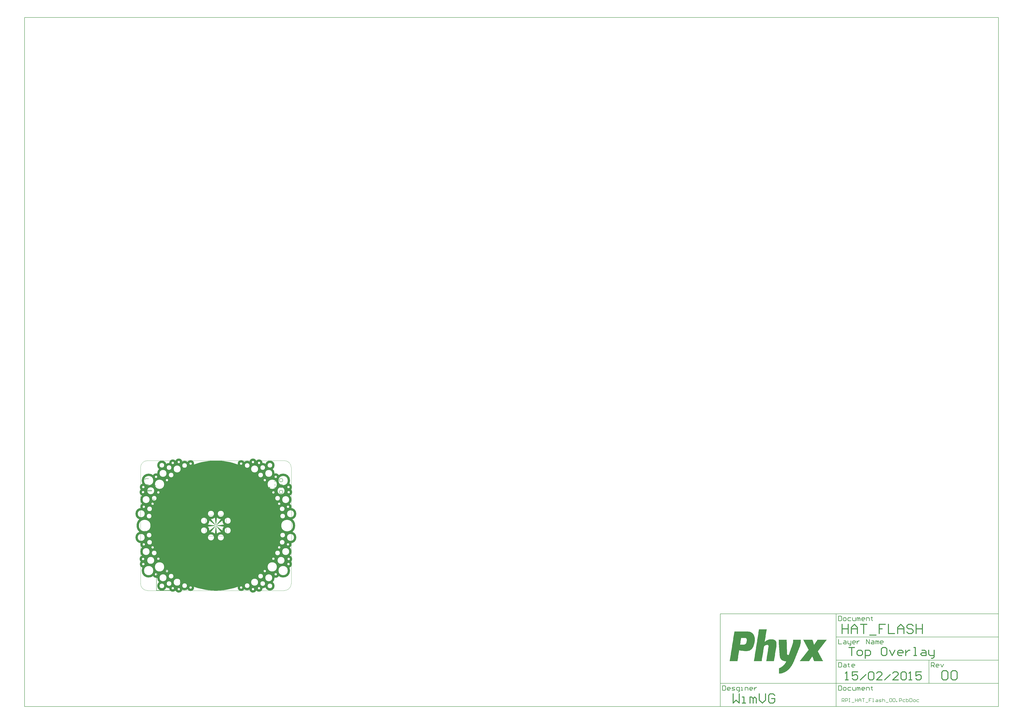
<source format=gto>
G04 Layer_Color=65535*
%FSLAX25Y25*%
%MOIN*%
G70*
G01*
G75*
%ADD11C,0.00787*%
%ADD12C,0.01575*%
%ADD52C,0.03937*%
%ADD53C,0.00984*%
%ADD54C,0.00394*%
%ADD62C,0.00591*%
G36*
X134136Y220342D02*
X140300Y219822D01*
X146425Y218958D01*
X152492Y217751D01*
X158482Y216206D01*
X164376Y214327D01*
X170155Y212121D01*
X175801Y209595D01*
X181297Y206755D01*
X186625Y203613D01*
X191768Y200176D01*
X196711Y196456D01*
X201437Y192465D01*
X205932Y188216D01*
X210182Y183721D01*
X214173Y178994D01*
X217893Y174052D01*
X221329Y168909D01*
X224472Y163581D01*
X227311Y158085D01*
X229838Y152438D01*
X232044Y146659D01*
X233922Y140766D01*
X235467Y134776D01*
X236674Y128709D01*
X237539Y122584D01*
X238059Y116420D01*
X238232Y110236D01*
X238059Y104053D01*
X237539Y97889D01*
X236674Y91764D01*
X235467Y85697D01*
X233922Y79707D01*
X232044Y73813D01*
X229838Y68034D01*
X227311Y62388D01*
X224472Y56892D01*
X221329Y51564D01*
X217893Y46421D01*
X214173Y41478D01*
X210182Y36752D01*
X205932Y32257D01*
X201437Y28007D01*
X196711Y24016D01*
X191768Y20297D01*
X186625Y16860D01*
X181297Y13717D01*
X175801Y10878D01*
X170155Y8351D01*
X164376Y6145D01*
X158482Y4267D01*
X152492Y2722D01*
X146425Y1515D01*
X140300Y650D01*
X134136Y130D01*
X127953Y-43D01*
X121769Y130D01*
X115605Y650D01*
X109480Y1515D01*
X103413Y2722D01*
X97423Y4267D01*
X91530Y6145D01*
X85751Y8351D01*
X80104Y10878D01*
X74608Y13717D01*
X69280Y16860D01*
X64137Y20297D01*
X59195Y24016D01*
X54468Y28007D01*
X49973Y32257D01*
X45724Y36752D01*
X41733Y41478D01*
X38013Y46421D01*
X34576Y51564D01*
X31433Y56892D01*
X28594Y62388D01*
X26068Y68034D01*
X23862Y73813D01*
X21983Y79707D01*
X20438Y85697D01*
X19231Y91764D01*
X18367Y97889D01*
X17847Y104053D01*
X17673Y110236D01*
X17847Y116420D01*
X18367Y122584D01*
X19231Y128709D01*
X20438Y134776D01*
X21983Y140766D01*
X23862Y146659D01*
X26068Y152438D01*
X28594Y158085D01*
X31433Y163581D01*
X34576Y168909D01*
X38013Y174052D01*
X41733Y178994D01*
X45724Y183721D01*
X49973Y188216D01*
X54468Y192465D01*
X59195Y196456D01*
X64137Y200176D01*
X69280Y203613D01*
X74608Y206755D01*
X80104Y209595D01*
X85751Y212121D01*
X91530Y214327D01*
X97423Y216206D01*
X103413Y217751D01*
X109480Y218958D01*
X115605Y219822D01*
X121769Y220342D01*
X127953Y220516D01*
X134136Y220342D01*
D02*
G37*
%LPC*%
G36*
X127953Y110236D02*
X131550Y82913D01*
X131553Y82894D01*
X134095Y83326D01*
X137069Y84183D01*
X139929Y85367D01*
X142638Y86865D01*
X144741Y88357D01*
X127953Y110236D01*
D02*
G37*
G36*
X149832Y127025D02*
X127953Y110236D01*
D01*
X149817Y93459D01*
X149832Y93448D01*
X151324Y95551D01*
X152822Y98260D01*
X154006Y101120D01*
X154863Y104094D01*
X155295Y106637D01*
X127953Y110236D01*
X155276Y113833D01*
X155295Y113836D01*
X154863Y116378D01*
X154006Y119353D01*
X152822Y122213D01*
X151324Y124922D01*
X149832Y127025D01*
D02*
G37*
G36*
X131553Y137579D02*
X127953Y110236D01*
X144730Y132100D01*
X144741Y132116D01*
X142638Y133608D01*
X139929Y135105D01*
X137069Y136290D01*
X134095Y137147D01*
X131553Y137579D01*
D02*
G37*
G36*
X124353D02*
X121811Y137147D01*
X118836Y136290D01*
X115977Y135105D01*
X113267Y133608D01*
X111164Y132116D01*
X127953Y110236D01*
X106089Y127013D01*
X106073Y127025D01*
X104581Y124922D01*
X103084Y122213D01*
X101899Y119353D01*
X101042Y116378D01*
X100610Y113836D01*
X127953Y110236D01*
X100629Y106639D01*
X100610Y106637D01*
X101042Y104094D01*
X101899Y101120D01*
X103084Y98260D01*
X104581Y95551D01*
X106073Y93448D01*
X127953Y110236D01*
X111176Y88372D01*
X111164Y88357D01*
X113267Y86865D01*
X115977Y85367D01*
X118836Y84183D01*
X121811Y83326D01*
X124353Y82894D01*
X127953Y110236D01*
D01*
D01*
D01*
X124356Y137559D01*
X124353Y137579D01*
D02*
G37*
%LPD*%
G36*
X1121080Y-83717D02*
Y-84003D01*
Y-84290D01*
Y-84576D01*
Y-84862D01*
Y-85149D01*
Y-85435D01*
Y-85721D01*
Y-86007D01*
Y-86294D01*
Y-86580D01*
Y-86866D01*
Y-87153D01*
Y-87439D01*
Y-87725D01*
Y-88012D01*
Y-88298D01*
Y-88584D01*
Y-88871D01*
Y-89157D01*
Y-89443D01*
X1120793D01*
Y-89730D01*
Y-90016D01*
Y-90302D01*
Y-90588D01*
Y-90875D01*
X1120507D01*
Y-91161D01*
Y-91448D01*
Y-91734D01*
Y-92020D01*
X1120221D01*
Y-92306D01*
Y-92593D01*
Y-92879D01*
Y-93165D01*
X1119934D01*
Y-93452D01*
Y-93738D01*
Y-94024D01*
X1119648D01*
Y-94311D01*
Y-94597D01*
Y-94883D01*
X1119362D01*
Y-95170D01*
Y-95456D01*
Y-95742D01*
X1119075D01*
Y-96029D01*
Y-96315D01*
Y-96601D01*
X1118789D01*
Y-96887D01*
Y-97174D01*
X1118503D01*
Y-97460D01*
Y-97746D01*
X1118217D01*
Y-98033D01*
Y-98319D01*
Y-98605D01*
X1117930D01*
Y-98892D01*
Y-99178D01*
X1117644D01*
Y-99464D01*
Y-99751D01*
Y-100037D01*
X1117358D01*
Y-100323D01*
Y-100610D01*
X1117071D01*
Y-100896D01*
Y-101182D01*
Y-101468D01*
X1116785D01*
Y-101755D01*
Y-102041D01*
X1116499D01*
Y-102327D01*
Y-102614D01*
Y-102900D01*
X1116212D01*
Y-103186D01*
Y-103473D01*
X1115926D01*
Y-103759D01*
Y-104045D01*
Y-104332D01*
X1115640D01*
Y-104618D01*
Y-104904D01*
X1115353D01*
Y-105191D01*
Y-105477D01*
Y-105763D01*
X1115067D01*
Y-106049D01*
Y-106336D01*
X1114781D01*
Y-106622D01*
Y-106908D01*
Y-107195D01*
X1114494D01*
Y-107481D01*
Y-107767D01*
X1114208D01*
Y-108054D01*
Y-108340D01*
Y-108626D01*
X1113922D01*
Y-108913D01*
Y-109199D01*
X1113636D01*
Y-109485D01*
Y-109772D01*
Y-110058D01*
X1113349D01*
Y-110344D01*
Y-110630D01*
X1113063D01*
Y-110917D01*
Y-111203D01*
Y-111489D01*
X1112776D01*
Y-111776D01*
Y-112062D01*
X1112490D01*
Y-112348D01*
Y-112635D01*
Y-112921D01*
X1112204D01*
Y-113207D01*
Y-113494D01*
X1111918D01*
Y-113780D01*
Y-114066D01*
Y-114353D01*
X1111631D01*
Y-114639D01*
Y-114925D01*
X1111345D01*
Y-115211D01*
Y-115498D01*
Y-115784D01*
X1111059D01*
Y-116070D01*
Y-116357D01*
X1110772D01*
Y-116643D01*
Y-116929D01*
Y-117216D01*
X1110486D01*
Y-117502D01*
Y-117788D01*
X1110200D01*
Y-118075D01*
Y-118361D01*
Y-118647D01*
X1109913D01*
Y-118933D01*
Y-119220D01*
X1109627D01*
Y-119506D01*
Y-119792D01*
Y-120079D01*
X1109341D01*
Y-120365D01*
Y-120651D01*
X1109054D01*
Y-120938D01*
Y-121224D01*
X1108768D01*
Y-121510D01*
Y-121797D01*
X1108482D01*
Y-122083D01*
Y-122369D01*
Y-122656D01*
X1108195D01*
Y-122942D01*
X1107909D01*
Y-123228D01*
Y-123514D01*
Y-123801D01*
X1107623D01*
Y-124087D01*
X1107337D01*
Y-124373D01*
Y-124660D01*
X1107050D01*
Y-124946D01*
Y-125232D01*
X1106764D01*
Y-125519D01*
Y-125805D01*
X1106478D01*
Y-126091D01*
Y-126378D01*
X1106191D01*
Y-126664D01*
X1105905D01*
Y-126950D01*
Y-127237D01*
X1105619D01*
Y-127523D01*
Y-127809D01*
X1105332D01*
Y-128095D01*
X1105046D01*
Y-128382D01*
X1104760D01*
Y-128668D01*
Y-128954D01*
X1104473D01*
Y-129241D01*
X1104187D01*
Y-129527D01*
Y-129813D01*
X1103901D01*
Y-130100D01*
X1103615D01*
Y-130386D01*
X1103328D01*
Y-130672D01*
Y-130959D01*
X1103042D01*
Y-131245D01*
X1102756D01*
Y-131531D01*
X1102469D01*
Y-131818D01*
X1102183D01*
Y-132104D01*
X1101897D01*
Y-132390D01*
Y-132676D01*
X1101610D01*
Y-132963D01*
X1101324D01*
Y-133249D01*
X1101038D01*
Y-133535D01*
X1100751D01*
Y-133822D01*
X1100465D01*
Y-134108D01*
X1100179D01*
Y-134394D01*
X1099892D01*
Y-134681D01*
X1099320D01*
Y-134967D01*
X1099034D01*
Y-135253D01*
X1098747D01*
Y-135540D01*
X1098461D01*
Y-135826D01*
X1098175D01*
Y-136112D01*
X1097602D01*
Y-136399D01*
X1097316D01*
Y-136685D01*
X1096743D01*
Y-136971D01*
X1096457D01*
Y-137258D01*
X1095884D01*
Y-137544D01*
X1095598D01*
Y-137830D01*
X1095025D01*
Y-138117D01*
X1094452D01*
Y-138403D01*
X1093880D01*
Y-138689D01*
X1093307D01*
Y-138975D01*
X1092735D01*
Y-139262D01*
X1091876D01*
Y-139548D01*
X1091303D01*
Y-139834D01*
X1090444D01*
Y-140121D01*
X1089299D01*
Y-140407D01*
X1088154D01*
Y-140693D01*
X1086436D01*
Y-140980D01*
X1084432D01*
Y-141266D01*
X1084145D01*
Y-140980D01*
Y-140693D01*
Y-140407D01*
Y-140121D01*
Y-139834D01*
Y-139548D01*
Y-139262D01*
Y-138975D01*
Y-138689D01*
Y-138403D01*
Y-138117D01*
Y-137830D01*
Y-137544D01*
Y-137258D01*
Y-136971D01*
Y-136685D01*
Y-136399D01*
Y-136112D01*
Y-135826D01*
Y-135540D01*
Y-135253D01*
Y-134967D01*
Y-134681D01*
Y-134394D01*
Y-134108D01*
Y-133822D01*
Y-133535D01*
Y-133249D01*
Y-132963D01*
Y-132676D01*
Y-132390D01*
Y-132104D01*
Y-131818D01*
X1084718D01*
Y-131531D01*
X1085291D01*
Y-131245D01*
X1085863D01*
Y-130959D01*
X1086436D01*
Y-130672D01*
X1087008D01*
Y-130386D01*
X1087581D01*
Y-130100D01*
X1087867D01*
Y-129813D01*
X1088440D01*
Y-129527D01*
X1088726D01*
Y-129241D01*
X1089299D01*
Y-128954D01*
X1089585D01*
Y-128668D01*
X1089872D01*
Y-128382D01*
X1090444D01*
Y-128095D01*
X1090730D01*
Y-127809D01*
X1091017D01*
Y-127523D01*
X1091303D01*
Y-127237D01*
X1091589D01*
Y-126950D01*
X1091876D01*
Y-126664D01*
X1092162D01*
Y-126378D01*
X1092448D01*
Y-126091D01*
X1092735D01*
Y-125805D01*
X1093021D01*
Y-125519D01*
X1093307D01*
Y-125232D01*
X1093594D01*
Y-124946D01*
Y-124660D01*
X1093880D01*
Y-124373D01*
X1094166D01*
Y-124087D01*
X1094452D01*
Y-123801D01*
Y-123514D01*
X1094739D01*
Y-123228D01*
X1095025D01*
Y-122942D01*
Y-122656D01*
X1095311D01*
Y-122369D01*
Y-122083D01*
X1095598D01*
Y-121797D01*
X1095884D01*
Y-121510D01*
Y-121224D01*
X1096170D01*
Y-120938D01*
Y-120651D01*
X1096457D01*
Y-120365D01*
Y-120079D01*
X1094739D01*
Y-119792D01*
X1092735D01*
Y-119506D01*
X1091589D01*
Y-119220D01*
X1091017D01*
Y-118933D01*
X1090158D01*
Y-118647D01*
X1089585D01*
Y-118361D01*
X1089299D01*
Y-118075D01*
X1088726D01*
Y-117788D01*
X1088440D01*
Y-117502D01*
X1088154D01*
Y-117216D01*
X1087867D01*
Y-116929D01*
X1087581D01*
Y-116643D01*
X1087295D01*
Y-116357D01*
Y-116070D01*
X1087008D01*
Y-115784D01*
X1086722D01*
Y-115498D01*
Y-115211D01*
X1086436D01*
Y-114925D01*
Y-114639D01*
X1086149D01*
Y-114353D01*
Y-114066D01*
X1085863D01*
Y-113780D01*
Y-113494D01*
Y-113207D01*
X1085577D01*
Y-112921D01*
Y-112635D01*
Y-112348D01*
Y-112062D01*
X1085291D01*
Y-111776D01*
Y-111489D01*
Y-111203D01*
Y-110917D01*
Y-110630D01*
Y-110344D01*
Y-110058D01*
X1085004D01*
Y-109772D01*
Y-109485D01*
Y-109199D01*
Y-108913D01*
Y-108626D01*
Y-108340D01*
Y-108054D01*
Y-107767D01*
Y-107481D01*
Y-107195D01*
Y-106908D01*
Y-106622D01*
Y-106336D01*
Y-106049D01*
Y-105763D01*
X1084718D01*
Y-105477D01*
Y-105191D01*
Y-104904D01*
Y-104618D01*
Y-104332D01*
Y-104045D01*
Y-103759D01*
Y-103473D01*
Y-103186D01*
Y-102900D01*
Y-102614D01*
Y-102327D01*
Y-102041D01*
Y-101755D01*
Y-101468D01*
X1084432D01*
Y-101182D01*
Y-100896D01*
Y-100610D01*
Y-100323D01*
Y-100037D01*
Y-99751D01*
Y-99464D01*
Y-99178D01*
Y-98892D01*
Y-98605D01*
Y-98319D01*
Y-98033D01*
Y-97746D01*
Y-97460D01*
Y-97174D01*
Y-96887D01*
X1084145D01*
Y-96601D01*
Y-96315D01*
Y-96029D01*
Y-95742D01*
Y-95456D01*
Y-95170D01*
Y-94883D01*
Y-94597D01*
Y-94311D01*
Y-94024D01*
Y-93738D01*
Y-93452D01*
Y-93165D01*
Y-92879D01*
Y-92593D01*
Y-92306D01*
X1083859D01*
Y-92020D01*
Y-91734D01*
Y-91448D01*
Y-91161D01*
Y-90875D01*
Y-90588D01*
Y-90302D01*
Y-90016D01*
Y-89730D01*
Y-89443D01*
Y-89157D01*
Y-88871D01*
Y-88584D01*
Y-88298D01*
X1083573D01*
Y-88012D01*
Y-87725D01*
Y-87439D01*
Y-87153D01*
Y-86866D01*
Y-86580D01*
Y-86294D01*
Y-86007D01*
Y-85721D01*
Y-85435D01*
Y-85149D01*
Y-84862D01*
Y-84576D01*
Y-84290D01*
Y-84003D01*
Y-83717D01*
X1083286D01*
Y-83431D01*
X1097029D01*
Y-83717D01*
Y-84003D01*
Y-84290D01*
Y-84576D01*
Y-84862D01*
Y-85149D01*
Y-85435D01*
Y-85721D01*
Y-86007D01*
Y-86294D01*
Y-86580D01*
Y-86866D01*
Y-87153D01*
Y-87439D01*
X1097316D01*
Y-87725D01*
Y-88012D01*
Y-88298D01*
Y-88584D01*
Y-88871D01*
Y-89157D01*
Y-89443D01*
Y-89730D01*
Y-90016D01*
Y-90302D01*
Y-90588D01*
Y-90875D01*
Y-91161D01*
Y-91448D01*
Y-91734D01*
Y-92020D01*
Y-92306D01*
Y-92593D01*
Y-92879D01*
Y-93165D01*
Y-93452D01*
Y-93738D01*
Y-94024D01*
Y-94311D01*
Y-94597D01*
Y-94883D01*
Y-95170D01*
Y-95456D01*
Y-95742D01*
Y-96029D01*
Y-96315D01*
Y-96601D01*
Y-96887D01*
Y-97174D01*
Y-97460D01*
Y-97746D01*
Y-98033D01*
Y-98319D01*
Y-98605D01*
Y-98892D01*
Y-99178D01*
X1097602D01*
Y-99464D01*
X1097316D01*
Y-99751D01*
Y-100037D01*
X1097602D01*
Y-100323D01*
Y-100610D01*
Y-100896D01*
Y-101182D01*
Y-101468D01*
Y-101755D01*
Y-102041D01*
Y-102327D01*
Y-102614D01*
Y-102900D01*
Y-103186D01*
Y-103473D01*
Y-103759D01*
Y-104045D01*
Y-104332D01*
Y-104618D01*
Y-104904D01*
Y-105191D01*
Y-105477D01*
Y-105763D01*
Y-106049D01*
Y-106336D01*
Y-106622D01*
Y-106908D01*
Y-107195D01*
Y-107481D01*
X1097888D01*
Y-107767D01*
Y-108054D01*
Y-108340D01*
X1098175D01*
Y-108626D01*
X1098461D01*
Y-108913D01*
X1098747D01*
Y-109199D01*
X1099606D01*
Y-109485D01*
X1100465D01*
Y-109199D01*
X1100751D01*
Y-108913D01*
Y-108626D01*
Y-108340D01*
X1101038D01*
Y-108054D01*
Y-107767D01*
X1101324D01*
Y-107481D01*
Y-107195D01*
Y-106908D01*
X1101610D01*
Y-106622D01*
Y-106336D01*
Y-106049D01*
X1101897D01*
Y-105763D01*
Y-105477D01*
Y-105191D01*
X1102183D01*
Y-104904D01*
Y-104618D01*
Y-104332D01*
X1102469D01*
Y-104045D01*
Y-103759D01*
X1102756D01*
Y-103473D01*
Y-103186D01*
Y-102900D01*
X1103042D01*
Y-102614D01*
Y-102327D01*
Y-102041D01*
X1103328D01*
Y-101755D01*
Y-101468D01*
Y-101182D01*
X1103615D01*
Y-100896D01*
Y-100610D01*
X1103901D01*
Y-100323D01*
Y-100037D01*
Y-99751D01*
X1104187D01*
Y-99464D01*
Y-99178D01*
Y-98892D01*
X1104473D01*
Y-98605D01*
Y-98319D01*
Y-98033D01*
X1104760D01*
Y-97746D01*
Y-97460D01*
X1105046D01*
Y-97174D01*
Y-96887D01*
Y-96601D01*
X1105332D01*
Y-96315D01*
Y-96029D01*
Y-95742D01*
X1105619D01*
Y-95456D01*
Y-95170D01*
Y-94883D01*
X1105905D01*
Y-94597D01*
Y-94311D01*
X1106191D01*
Y-94024D01*
Y-93738D01*
Y-93452D01*
X1106478D01*
Y-93165D01*
Y-92879D01*
Y-92593D01*
X1106764D01*
Y-92306D01*
Y-92020D01*
Y-91734D01*
X1107050D01*
Y-91448D01*
Y-91161D01*
Y-90875D01*
Y-90588D01*
X1107337D01*
Y-90302D01*
Y-90016D01*
Y-89730D01*
Y-89443D01*
X1107623D01*
Y-89157D01*
Y-88871D01*
Y-88584D01*
Y-88298D01*
Y-88012D01*
X1107909D01*
Y-87725D01*
Y-87439D01*
Y-87153D01*
Y-86866D01*
Y-86580D01*
Y-86294D01*
X1108195D01*
Y-86007D01*
Y-85721D01*
Y-85435D01*
Y-85149D01*
Y-84862D01*
Y-84576D01*
Y-84290D01*
Y-84003D01*
Y-83717D01*
Y-83431D01*
X1121080D01*
Y-83717D01*
D02*
G37*
G36*
X1063244Y-66252D02*
Y-66538D01*
X1062958D01*
Y-66825D01*
Y-67111D01*
Y-67397D01*
Y-67684D01*
Y-67970D01*
Y-68256D01*
X1062672D01*
Y-68542D01*
Y-68829D01*
Y-69115D01*
Y-69401D01*
Y-69688D01*
Y-69974D01*
X1062385D01*
Y-70260D01*
Y-70547D01*
Y-70833D01*
Y-71119D01*
Y-71406D01*
Y-71692D01*
Y-71978D01*
X1062099D01*
Y-72264D01*
Y-72551D01*
Y-72837D01*
Y-73123D01*
Y-73410D01*
Y-73696D01*
X1061813D01*
Y-73982D01*
Y-74269D01*
Y-74555D01*
Y-74841D01*
Y-75128D01*
Y-75414D01*
X1061526D01*
Y-75700D01*
Y-75987D01*
Y-76273D01*
Y-76559D01*
Y-76846D01*
Y-77132D01*
Y-77418D01*
X1061240D01*
Y-77704D01*
Y-77991D01*
Y-78277D01*
Y-78563D01*
Y-78850D01*
Y-79136D01*
X1060954D01*
Y-79422D01*
Y-79709D01*
Y-79995D01*
Y-80281D01*
Y-80568D01*
Y-80854D01*
X1060668D01*
Y-81140D01*
Y-81427D01*
Y-81713D01*
Y-81999D01*
Y-82285D01*
Y-82572D01*
X1060381D01*
Y-82858D01*
Y-83144D01*
Y-83431D01*
Y-83717D01*
Y-84003D01*
Y-84290D01*
Y-84576D01*
X1060095D01*
Y-84862D01*
Y-85149D01*
Y-85435D01*
Y-85721D01*
Y-86007D01*
Y-86294D01*
X1059809D01*
Y-86580D01*
Y-86866D01*
X1060381D01*
Y-86580D01*
X1060668D01*
Y-86294D01*
X1060954D01*
Y-86007D01*
X1061526D01*
Y-85721D01*
X1061813D01*
Y-85435D01*
X1062099D01*
Y-85149D01*
X1062672D01*
Y-84862D01*
X1063244D01*
Y-84576D01*
X1063531D01*
Y-84290D01*
X1064103D01*
Y-84003D01*
X1064962D01*
Y-83717D01*
X1065535D01*
Y-83431D01*
X1066394D01*
Y-83144D01*
X1067825D01*
Y-82858D01*
X1074124D01*
Y-83144D01*
X1075270D01*
Y-83431D01*
X1076128D01*
Y-83717D01*
X1076701D01*
Y-84003D01*
X1076987D01*
Y-84290D01*
X1077560D01*
Y-84576D01*
X1077846D01*
Y-84862D01*
X1078133D01*
Y-85149D01*
X1078419D01*
Y-85435D01*
X1078705D01*
Y-85721D01*
Y-86007D01*
X1078992D01*
Y-86294D01*
Y-86580D01*
X1079278D01*
Y-86866D01*
Y-87153D01*
Y-87439D01*
X1079564D01*
Y-87725D01*
Y-88012D01*
Y-88298D01*
Y-88584D01*
X1079850D01*
Y-88871D01*
Y-89157D01*
Y-89443D01*
Y-89730D01*
Y-90016D01*
Y-90302D01*
Y-90588D01*
Y-90875D01*
Y-91161D01*
Y-91448D01*
Y-91734D01*
Y-92020D01*
Y-92306D01*
Y-92593D01*
Y-92879D01*
Y-93165D01*
Y-93452D01*
Y-93738D01*
X1079564D01*
Y-94024D01*
Y-94311D01*
Y-94597D01*
Y-94883D01*
Y-95170D01*
Y-95456D01*
Y-95742D01*
X1079278D01*
Y-96029D01*
Y-96315D01*
Y-96601D01*
Y-96887D01*
Y-97174D01*
Y-97460D01*
Y-97746D01*
X1078992D01*
Y-98033D01*
Y-98319D01*
Y-98605D01*
Y-98892D01*
Y-99178D01*
Y-99464D01*
X1078705D01*
Y-99751D01*
Y-100037D01*
Y-100323D01*
Y-100610D01*
Y-100896D01*
Y-101182D01*
X1078419D01*
Y-101468D01*
Y-101755D01*
Y-102041D01*
Y-102327D01*
Y-102614D01*
Y-102900D01*
X1078133D01*
Y-103186D01*
Y-103473D01*
Y-103759D01*
Y-104045D01*
Y-104332D01*
Y-104618D01*
Y-104904D01*
X1077846D01*
Y-105191D01*
Y-105477D01*
Y-105763D01*
Y-106049D01*
Y-106336D01*
Y-106622D01*
X1077560D01*
Y-106908D01*
Y-107195D01*
Y-107481D01*
Y-107767D01*
Y-108054D01*
Y-108340D01*
X1077274D01*
Y-108626D01*
Y-108913D01*
Y-109199D01*
Y-109485D01*
Y-109772D01*
Y-110058D01*
Y-110344D01*
X1076987D01*
Y-110630D01*
Y-110917D01*
Y-111203D01*
Y-111489D01*
Y-111776D01*
Y-112062D01*
X1076701D01*
Y-112348D01*
Y-112635D01*
Y-112921D01*
Y-113207D01*
Y-113494D01*
Y-113780D01*
X1076415D01*
Y-114066D01*
Y-114353D01*
Y-114639D01*
Y-114925D01*
Y-115211D01*
Y-115498D01*
X1076128D01*
Y-115784D01*
Y-116070D01*
Y-116357D01*
Y-116643D01*
Y-116929D01*
Y-117216D01*
Y-117502D01*
X1075842D01*
Y-117788D01*
Y-118075D01*
Y-118361D01*
Y-118647D01*
Y-118933D01*
Y-119220D01*
X1075556D01*
Y-119506D01*
Y-119792D01*
X1062385D01*
Y-119506D01*
Y-119220D01*
X1062672D01*
Y-118933D01*
Y-118647D01*
Y-118361D01*
Y-118075D01*
Y-117788D01*
Y-117502D01*
X1062958D01*
Y-117216D01*
Y-116929D01*
Y-116643D01*
Y-116357D01*
Y-116070D01*
Y-115784D01*
Y-115498D01*
X1063244D01*
Y-115211D01*
Y-114925D01*
Y-114639D01*
Y-114353D01*
Y-114066D01*
Y-113780D01*
X1063531D01*
Y-113494D01*
Y-113207D01*
Y-112921D01*
Y-112635D01*
Y-112348D01*
Y-112062D01*
X1063817D01*
Y-111776D01*
Y-111489D01*
Y-111203D01*
Y-110917D01*
Y-110630D01*
Y-110344D01*
Y-110058D01*
X1064103D01*
Y-109772D01*
Y-109485D01*
Y-109199D01*
Y-108913D01*
Y-108626D01*
Y-108340D01*
X1064390D01*
Y-108054D01*
Y-107767D01*
Y-107481D01*
Y-107195D01*
Y-106908D01*
Y-106622D01*
Y-106336D01*
X1064676D01*
Y-106049D01*
Y-105763D01*
Y-105477D01*
Y-105191D01*
Y-104904D01*
Y-104618D01*
X1064962D01*
Y-104332D01*
Y-104045D01*
Y-103759D01*
Y-103473D01*
Y-103186D01*
Y-102900D01*
X1065249D01*
Y-102614D01*
Y-102327D01*
Y-102041D01*
Y-101755D01*
Y-101468D01*
Y-101182D01*
X1065535D01*
Y-100896D01*
Y-100610D01*
Y-100323D01*
Y-100037D01*
Y-99751D01*
Y-99464D01*
Y-99178D01*
X1065821D01*
Y-98892D01*
Y-98605D01*
Y-98319D01*
Y-98033D01*
Y-97746D01*
Y-97460D01*
X1066107D01*
Y-97174D01*
Y-96887D01*
Y-96601D01*
Y-96315D01*
Y-96029D01*
Y-95742D01*
Y-95456D01*
X1066394D01*
Y-95170D01*
Y-94883D01*
Y-94597D01*
Y-94311D01*
Y-94024D01*
Y-93738D01*
X1066107D01*
Y-93452D01*
Y-93165D01*
X1065821D01*
Y-92879D01*
X1065535D01*
Y-92593D01*
X1064962D01*
Y-92306D01*
X1063244D01*
Y-92593D01*
X1061813D01*
Y-92879D01*
X1060954D01*
Y-93165D01*
X1060381D01*
Y-93452D01*
X1060095D01*
Y-93738D01*
X1059522D01*
Y-94024D01*
X1059236D01*
Y-94311D01*
X1058950D01*
Y-94597D01*
Y-94883D01*
X1058663D01*
Y-95170D01*
Y-95456D01*
Y-95742D01*
X1058377D01*
Y-96029D01*
Y-96315D01*
Y-96601D01*
Y-96887D01*
Y-97174D01*
Y-97460D01*
X1058091D01*
Y-97746D01*
Y-98033D01*
Y-98319D01*
Y-98605D01*
Y-98892D01*
Y-99178D01*
Y-99464D01*
X1057804D01*
Y-99751D01*
Y-100037D01*
Y-100323D01*
Y-100610D01*
Y-100896D01*
Y-101182D01*
X1057518D01*
Y-101468D01*
Y-101755D01*
Y-102041D01*
Y-102327D01*
Y-102614D01*
Y-102900D01*
X1057232D01*
Y-103186D01*
Y-103473D01*
Y-103759D01*
Y-104045D01*
Y-104332D01*
Y-104618D01*
X1056946D01*
Y-104904D01*
Y-105191D01*
Y-105477D01*
Y-105763D01*
Y-106049D01*
Y-106336D01*
Y-106622D01*
X1056659D01*
Y-106908D01*
Y-107195D01*
Y-107481D01*
Y-107767D01*
Y-108054D01*
Y-108340D01*
X1056373D01*
Y-108626D01*
Y-108913D01*
Y-109199D01*
Y-109485D01*
Y-109772D01*
Y-110058D01*
X1056087D01*
Y-110344D01*
Y-110630D01*
Y-110917D01*
Y-111203D01*
Y-111489D01*
Y-111776D01*
Y-112062D01*
X1055800D01*
Y-112348D01*
Y-112635D01*
Y-112921D01*
Y-113207D01*
Y-113494D01*
Y-113780D01*
X1055514D01*
Y-114066D01*
Y-114353D01*
Y-114639D01*
Y-114925D01*
Y-115211D01*
Y-115498D01*
X1055228D01*
Y-115784D01*
Y-116070D01*
Y-116357D01*
Y-116643D01*
Y-116929D01*
Y-117216D01*
X1054941D01*
Y-117502D01*
Y-117788D01*
Y-118075D01*
Y-118361D01*
Y-118647D01*
Y-118933D01*
Y-119220D01*
X1054655D01*
Y-119506D01*
Y-119792D01*
X1041485D01*
Y-119506D01*
Y-119220D01*
X1041771D01*
Y-118933D01*
Y-118647D01*
Y-118361D01*
Y-118075D01*
Y-117788D01*
Y-117502D01*
Y-117216D01*
X1042057D01*
Y-116929D01*
Y-116643D01*
Y-116357D01*
Y-116070D01*
Y-115784D01*
Y-115498D01*
X1042344D01*
Y-115211D01*
Y-114925D01*
Y-114639D01*
Y-114353D01*
Y-114066D01*
Y-113780D01*
X1042630D01*
Y-113494D01*
Y-113207D01*
Y-112921D01*
Y-112635D01*
Y-112348D01*
Y-112062D01*
Y-111776D01*
X1042916D01*
Y-111489D01*
Y-111203D01*
Y-110917D01*
Y-110630D01*
Y-110344D01*
Y-110058D01*
X1043202D01*
Y-109772D01*
Y-109485D01*
Y-109199D01*
Y-108913D01*
Y-108626D01*
Y-108340D01*
X1043489D01*
Y-108054D01*
Y-107767D01*
Y-107481D01*
Y-107195D01*
Y-106908D01*
Y-106622D01*
X1043775D01*
Y-106336D01*
Y-106049D01*
Y-105763D01*
Y-105477D01*
Y-105191D01*
Y-104904D01*
Y-104618D01*
X1044061D01*
Y-104332D01*
Y-104045D01*
Y-103759D01*
Y-103473D01*
Y-103186D01*
Y-102900D01*
X1044348D01*
Y-102614D01*
Y-102327D01*
Y-102041D01*
Y-101755D01*
Y-101468D01*
Y-101182D01*
X1044634D01*
Y-100896D01*
Y-100610D01*
Y-100323D01*
Y-100037D01*
Y-99751D01*
Y-99464D01*
Y-99178D01*
X1044920D01*
Y-98892D01*
Y-98605D01*
Y-98319D01*
Y-98033D01*
Y-97746D01*
Y-97460D01*
X1045207D01*
Y-97174D01*
Y-96887D01*
Y-96601D01*
Y-96315D01*
Y-96029D01*
Y-95742D01*
X1045493D01*
Y-95456D01*
Y-95170D01*
Y-94883D01*
Y-94597D01*
Y-94311D01*
Y-94024D01*
X1045779D01*
Y-93738D01*
Y-93452D01*
Y-93165D01*
Y-92879D01*
Y-92593D01*
Y-92306D01*
Y-92020D01*
X1046066D01*
Y-91734D01*
Y-91448D01*
Y-91161D01*
Y-90875D01*
Y-90588D01*
Y-90302D01*
X1046352D01*
Y-90016D01*
Y-89730D01*
Y-89443D01*
Y-89157D01*
Y-88871D01*
Y-88584D01*
X1046638D01*
Y-88298D01*
Y-88012D01*
Y-87725D01*
Y-87439D01*
Y-87153D01*
Y-86866D01*
X1046925D01*
Y-86580D01*
Y-86294D01*
Y-86007D01*
Y-85721D01*
Y-85435D01*
Y-85149D01*
Y-84862D01*
X1047211D01*
Y-84576D01*
Y-84290D01*
Y-84003D01*
Y-83717D01*
Y-83431D01*
Y-83144D01*
X1047497D01*
Y-82858D01*
Y-82572D01*
Y-82285D01*
Y-81999D01*
Y-81713D01*
Y-81427D01*
X1047783D01*
Y-81140D01*
Y-80854D01*
Y-80568D01*
Y-80281D01*
Y-79995D01*
Y-79709D01*
Y-79422D01*
X1048070D01*
Y-79136D01*
Y-78850D01*
Y-78563D01*
Y-78277D01*
Y-77991D01*
Y-77704D01*
X1048356D01*
Y-77418D01*
Y-77132D01*
Y-76846D01*
Y-76559D01*
Y-76273D01*
Y-75987D01*
X1048642D01*
Y-75700D01*
Y-75414D01*
Y-75128D01*
Y-74841D01*
Y-74555D01*
Y-74269D01*
X1048929D01*
Y-73982D01*
Y-73696D01*
Y-73410D01*
Y-73123D01*
Y-72837D01*
Y-72551D01*
Y-72264D01*
X1049215D01*
Y-71978D01*
Y-71692D01*
Y-71406D01*
Y-71119D01*
Y-70833D01*
Y-70547D01*
X1049501D01*
Y-70260D01*
Y-69974D01*
Y-69688D01*
Y-69401D01*
Y-69115D01*
Y-68829D01*
X1049788D01*
Y-68542D01*
Y-68256D01*
Y-67970D01*
Y-67684D01*
Y-67397D01*
Y-67111D01*
Y-66825D01*
X1050074D01*
Y-66538D01*
Y-66252D01*
Y-65966D01*
X1063244D01*
Y-66252D01*
D02*
G37*
G36*
X1032036Y-69688D02*
X1033754D01*
Y-69974D01*
X1034613D01*
Y-70260D01*
X1035472D01*
Y-70547D01*
X1036331D01*
Y-70833D01*
X1036904D01*
Y-71119D01*
X1037190D01*
Y-71406D01*
X1037763D01*
Y-71692D01*
X1038049D01*
Y-71978D01*
X1038622D01*
Y-72264D01*
X1038908D01*
Y-72551D01*
X1039194D01*
Y-72837D01*
X1039480D01*
Y-73123D01*
X1039767D01*
Y-73410D01*
X1040053D01*
Y-73696D01*
X1040339D01*
Y-73982D01*
Y-74269D01*
X1040626D01*
Y-74555D01*
X1040912D01*
Y-74841D01*
Y-75128D01*
X1041198D01*
Y-75414D01*
X1041485D01*
Y-75700D01*
Y-75987D01*
X1041771D01*
Y-76273D01*
Y-76559D01*
Y-76846D01*
X1042057D01*
Y-77132D01*
Y-77418D01*
Y-77704D01*
X1042344D01*
Y-77991D01*
Y-78277D01*
Y-78563D01*
Y-78850D01*
X1042630D01*
Y-79136D01*
Y-79422D01*
Y-79709D01*
Y-79995D01*
Y-80281D01*
X1042916D01*
Y-80568D01*
Y-80854D01*
Y-81140D01*
Y-81427D01*
Y-81713D01*
Y-81999D01*
Y-82285D01*
Y-82572D01*
Y-82858D01*
Y-83144D01*
Y-83431D01*
Y-83717D01*
Y-84003D01*
Y-84290D01*
Y-84576D01*
Y-84862D01*
Y-85149D01*
Y-85435D01*
Y-85721D01*
Y-86007D01*
X1042630D01*
Y-86294D01*
Y-86580D01*
Y-86866D01*
Y-87153D01*
Y-87439D01*
Y-87725D01*
Y-88012D01*
X1042344D01*
Y-88298D01*
Y-88584D01*
Y-88871D01*
Y-89157D01*
Y-89443D01*
X1042057D01*
Y-89730D01*
Y-90016D01*
Y-90302D01*
Y-90588D01*
Y-90875D01*
X1041771D01*
Y-91161D01*
Y-91448D01*
Y-91734D01*
X1041485D01*
Y-92020D01*
Y-92306D01*
Y-92593D01*
Y-92879D01*
X1041198D01*
Y-93165D01*
Y-93452D01*
Y-93738D01*
X1040912D01*
Y-94024D01*
Y-94311D01*
X1040626D01*
Y-94597D01*
Y-94883D01*
Y-95170D01*
X1040339D01*
Y-95456D01*
Y-95742D01*
X1040053D01*
Y-96029D01*
Y-96315D01*
X1039767D01*
Y-96601D01*
Y-96887D01*
X1039480D01*
Y-97174D01*
X1039194D01*
Y-97460D01*
Y-97746D01*
X1038908D01*
Y-98033D01*
X1038622D01*
Y-98319D01*
X1038335D01*
Y-98605D01*
Y-98892D01*
X1038049D01*
Y-99178D01*
X1037763D01*
Y-99464D01*
X1037476D01*
Y-99751D01*
X1037190D01*
Y-100037D01*
X1036904D01*
Y-100323D01*
X1036331D01*
Y-100610D01*
X1036045D01*
Y-100896D01*
X1035472D01*
Y-101182D01*
X1035186D01*
Y-101468D01*
X1034613D01*
Y-101755D01*
X1033754D01*
Y-102041D01*
X1032895D01*
Y-102327D01*
X1032036D01*
Y-102614D01*
X1030318D01*
Y-102900D01*
X1025165D01*
Y-102614D01*
X1022588D01*
Y-102327D01*
X1020584D01*
Y-102041D01*
X1019152D01*
Y-101755D01*
X1017721D01*
Y-101468D01*
X1016289D01*
Y-101755D01*
Y-102041D01*
Y-102327D01*
Y-102614D01*
Y-102900D01*
Y-103186D01*
Y-103473D01*
X1016003D01*
Y-103759D01*
Y-104045D01*
Y-104332D01*
Y-104618D01*
Y-104904D01*
Y-105191D01*
X1015716D01*
Y-105477D01*
Y-105763D01*
Y-106049D01*
Y-106336D01*
Y-106622D01*
Y-106908D01*
X1015430D01*
Y-107195D01*
Y-107481D01*
Y-107767D01*
Y-108054D01*
Y-108340D01*
Y-108626D01*
Y-108913D01*
X1015144D01*
Y-109199D01*
Y-109485D01*
Y-109772D01*
Y-110058D01*
Y-110344D01*
Y-110630D01*
X1014857D01*
Y-110917D01*
Y-111203D01*
Y-111489D01*
Y-111776D01*
Y-112062D01*
Y-112348D01*
X1014571D01*
Y-112635D01*
Y-112921D01*
Y-113207D01*
Y-113494D01*
Y-113780D01*
Y-114066D01*
Y-114353D01*
X1014285D01*
Y-114639D01*
Y-114925D01*
Y-115211D01*
Y-115498D01*
Y-115784D01*
Y-116070D01*
X1013999D01*
Y-116357D01*
Y-116643D01*
Y-116929D01*
Y-117216D01*
Y-117502D01*
Y-117788D01*
X1013712D01*
Y-118075D01*
Y-118361D01*
Y-118647D01*
Y-118933D01*
Y-119220D01*
Y-119506D01*
Y-119792D01*
X1000256D01*
Y-119506D01*
X1000542D01*
Y-119220D01*
Y-118933D01*
Y-118647D01*
Y-118361D01*
Y-118075D01*
X1000828D01*
Y-117788D01*
Y-117502D01*
Y-117216D01*
Y-116929D01*
Y-116643D01*
Y-116357D01*
Y-116070D01*
X1001114D01*
Y-115784D01*
Y-115498D01*
Y-115211D01*
Y-114925D01*
Y-114639D01*
Y-114353D01*
X1001401D01*
Y-114066D01*
Y-113780D01*
Y-113494D01*
Y-113207D01*
Y-112921D01*
Y-112635D01*
X1001687D01*
Y-112348D01*
Y-112062D01*
Y-111776D01*
Y-111489D01*
Y-111203D01*
Y-110917D01*
Y-110630D01*
X1001974D01*
Y-110344D01*
Y-110058D01*
Y-109772D01*
Y-109485D01*
Y-109199D01*
Y-108913D01*
X1002260D01*
Y-108626D01*
Y-108340D01*
Y-108054D01*
Y-107767D01*
Y-107481D01*
Y-107195D01*
X1002546D01*
Y-106908D01*
Y-106622D01*
Y-106336D01*
Y-106049D01*
Y-105763D01*
Y-105477D01*
X1002832D01*
Y-105191D01*
Y-104904D01*
Y-104618D01*
Y-104332D01*
Y-104045D01*
Y-103759D01*
Y-103473D01*
X1003119D01*
Y-103186D01*
Y-102900D01*
Y-102614D01*
Y-102327D01*
Y-102041D01*
Y-101755D01*
X1003405D01*
Y-101468D01*
Y-101182D01*
Y-100896D01*
Y-100610D01*
Y-100323D01*
Y-100037D01*
X1003691D01*
Y-99751D01*
Y-99464D01*
Y-99178D01*
Y-98892D01*
Y-98605D01*
Y-98319D01*
X1003978D01*
Y-98033D01*
Y-97746D01*
Y-97460D01*
Y-97174D01*
Y-96887D01*
Y-96601D01*
Y-96315D01*
X1004264D01*
Y-96029D01*
Y-95742D01*
Y-95456D01*
Y-95170D01*
Y-94883D01*
Y-94597D01*
X1004550D01*
Y-94311D01*
Y-94024D01*
Y-93738D01*
Y-93452D01*
Y-93165D01*
Y-92879D01*
X1004837D01*
Y-92593D01*
Y-92306D01*
Y-92020D01*
Y-91734D01*
Y-91448D01*
Y-91161D01*
Y-90875D01*
X1005123D01*
Y-90588D01*
Y-90302D01*
Y-90016D01*
Y-89730D01*
Y-89443D01*
Y-89157D01*
X1005409D01*
Y-88871D01*
Y-88584D01*
Y-88298D01*
Y-88012D01*
Y-87725D01*
Y-87439D01*
X1005696D01*
Y-87153D01*
Y-86866D01*
Y-86580D01*
Y-86294D01*
Y-86007D01*
Y-85721D01*
X1005982D01*
Y-85435D01*
Y-85149D01*
Y-84862D01*
Y-84576D01*
Y-84290D01*
Y-84003D01*
Y-83717D01*
X1006268D01*
Y-83431D01*
Y-83144D01*
Y-82858D01*
Y-82572D01*
Y-82285D01*
Y-81999D01*
X1006555D01*
Y-81713D01*
Y-81427D01*
Y-81140D01*
Y-80854D01*
Y-80568D01*
Y-80281D01*
X1006841D01*
Y-79995D01*
Y-79709D01*
Y-79422D01*
Y-79136D01*
Y-78850D01*
Y-78563D01*
Y-78277D01*
X1007127D01*
Y-77991D01*
Y-77704D01*
Y-77418D01*
Y-77132D01*
Y-76846D01*
Y-76559D01*
X1007413D01*
Y-76273D01*
Y-75987D01*
Y-75700D01*
Y-75414D01*
Y-75128D01*
Y-74841D01*
X1007700D01*
Y-74555D01*
Y-74269D01*
Y-73982D01*
Y-73696D01*
Y-73410D01*
Y-73123D01*
Y-72837D01*
X1007986D01*
Y-72551D01*
Y-72264D01*
Y-71978D01*
Y-71692D01*
Y-71406D01*
Y-71119D01*
X1008272D01*
Y-70833D01*
Y-70547D01*
Y-70260D01*
Y-69974D01*
Y-69688D01*
Y-69401D01*
X1032036D01*
Y-69688D01*
D02*
G37*
G36*
X1165172Y-83717D02*
X1164886D01*
Y-84003D01*
X1164599D01*
Y-84290D01*
Y-84576D01*
X1164313D01*
Y-84862D01*
X1164027D01*
Y-85149D01*
X1163740D01*
Y-85435D01*
Y-85721D01*
X1163454D01*
Y-86007D01*
X1163168D01*
Y-86294D01*
X1162881D01*
Y-86580D01*
X1162595D01*
Y-86866D01*
Y-87153D01*
X1162309D01*
Y-87439D01*
X1162022D01*
Y-87725D01*
X1161736D01*
Y-88012D01*
Y-88298D01*
X1161450D01*
Y-88584D01*
X1161163D01*
Y-88871D01*
X1160877D01*
Y-89157D01*
X1160591D01*
Y-89443D01*
Y-89730D01*
X1160305D01*
Y-90016D01*
X1160018D01*
Y-90302D01*
X1159732D01*
Y-90588D01*
Y-90875D01*
X1159445D01*
Y-91161D01*
X1159159D01*
Y-91448D01*
X1158873D01*
Y-91734D01*
Y-92020D01*
X1158587D01*
Y-92306D01*
X1158300D01*
Y-92593D01*
X1158014D01*
Y-92879D01*
X1157728D01*
Y-93165D01*
Y-93452D01*
X1157441D01*
Y-93738D01*
X1157155D01*
Y-94024D01*
X1156869D01*
Y-94311D01*
Y-94597D01*
X1156582D01*
Y-94883D01*
X1156296D01*
Y-95170D01*
X1156010D01*
Y-95456D01*
Y-95742D01*
X1155723D01*
Y-96029D01*
X1155437D01*
Y-96315D01*
X1155151D01*
Y-96601D01*
X1154865D01*
Y-96887D01*
Y-97174D01*
X1154578D01*
Y-97460D01*
X1154292D01*
Y-97746D01*
X1154006D01*
Y-98033D01*
Y-98319D01*
X1153719D01*
Y-98605D01*
X1153433D01*
Y-98892D01*
X1153147D01*
Y-99178D01*
Y-99464D01*
X1152860D01*
Y-99751D01*
X1152574D01*
Y-100037D01*
X1152288D01*
Y-100323D01*
X1152001D01*
Y-100610D01*
Y-100896D01*
X1151715D01*
Y-101182D01*
X1151429D01*
Y-101468D01*
X1151142D01*
Y-101755D01*
Y-102041D01*
X1150856D01*
Y-102327D01*
X1150570D01*
Y-102614D01*
X1150284D01*
Y-102900D01*
X1149997D01*
Y-103186D01*
Y-103473D01*
X1150284D01*
Y-103759D01*
Y-104045D01*
X1150570D01*
Y-104332D01*
Y-104618D01*
X1150856D01*
Y-104904D01*
X1151142D01*
Y-105191D01*
Y-105477D01*
X1151429D01*
Y-105763D01*
Y-106049D01*
X1151715D01*
Y-106336D01*
Y-106622D01*
X1152001D01*
Y-106908D01*
Y-107195D01*
X1152288D01*
Y-107481D01*
Y-107767D01*
X1152574D01*
Y-108054D01*
Y-108340D01*
X1152860D01*
Y-108626D01*
Y-108913D01*
X1153147D01*
Y-109199D01*
Y-109485D01*
X1153433D01*
Y-109772D01*
X1153719D01*
Y-110058D01*
Y-110344D01*
X1154006D01*
Y-110630D01*
Y-110917D01*
X1154292D01*
Y-111203D01*
Y-111489D01*
X1154578D01*
Y-111776D01*
Y-112062D01*
X1154865D01*
Y-112348D01*
Y-112635D01*
X1155151D01*
Y-112921D01*
Y-113207D01*
X1155437D01*
Y-113494D01*
Y-113780D01*
X1155723D01*
Y-114066D01*
X1156010D01*
Y-114353D01*
Y-114639D01*
X1156296D01*
Y-114925D01*
Y-115211D01*
X1156582D01*
Y-115498D01*
Y-115784D01*
X1156869D01*
Y-116070D01*
Y-116357D01*
X1157155D01*
Y-116643D01*
Y-116929D01*
X1157441D01*
Y-117216D01*
Y-117502D01*
X1157728D01*
Y-117788D01*
Y-118075D01*
X1158014D01*
Y-118361D01*
X1158300D01*
Y-118647D01*
Y-118933D01*
X1158587D01*
Y-119220D01*
Y-119506D01*
X1158873D01*
Y-119792D01*
X1143698D01*
Y-119506D01*
X1143412D01*
Y-119220D01*
Y-118933D01*
Y-118647D01*
X1143126D01*
Y-118361D01*
Y-118075D01*
Y-117788D01*
X1142839D01*
Y-117502D01*
Y-117216D01*
X1142553D01*
Y-116929D01*
Y-116643D01*
Y-116357D01*
X1142267D01*
Y-116070D01*
Y-115784D01*
Y-115498D01*
X1141980D01*
Y-115211D01*
Y-114925D01*
X1141694D01*
Y-114639D01*
Y-114353D01*
Y-114066D01*
X1141408D01*
Y-113780D01*
Y-113494D01*
Y-113207D01*
X1141121D01*
Y-112921D01*
Y-112635D01*
Y-112348D01*
X1140835D01*
Y-112062D01*
X1140263D01*
Y-112348D01*
Y-112635D01*
X1139976D01*
Y-112921D01*
X1139690D01*
Y-113207D01*
Y-113494D01*
X1139404D01*
Y-113780D01*
X1139117D01*
Y-114066D01*
Y-114353D01*
X1138831D01*
Y-114639D01*
X1138545D01*
Y-114925D01*
Y-115211D01*
X1138258D01*
Y-115498D01*
X1137972D01*
Y-115784D01*
X1137686D01*
Y-116070D01*
Y-116357D01*
X1137399D01*
Y-116643D01*
X1137113D01*
Y-116929D01*
Y-117216D01*
X1136827D01*
Y-117502D01*
X1136541D01*
Y-117788D01*
Y-118075D01*
X1136254D01*
Y-118361D01*
X1135968D01*
Y-118647D01*
Y-118933D01*
X1135682D01*
Y-119220D01*
X1135395D01*
Y-119506D01*
Y-119792D01*
X1119362D01*
Y-119506D01*
X1119648D01*
Y-119220D01*
X1119934D01*
Y-118933D01*
X1120221D01*
Y-118647D01*
X1120507D01*
Y-118361D01*
Y-118075D01*
X1120793D01*
Y-117788D01*
X1121080D01*
Y-117502D01*
X1121366D01*
Y-117216D01*
X1121652D01*
Y-116929D01*
Y-116643D01*
X1121939D01*
Y-116357D01*
X1122225D01*
Y-116070D01*
X1122511D01*
Y-115784D01*
Y-115498D01*
X1122797D01*
Y-115211D01*
X1123084D01*
Y-114925D01*
X1123370D01*
Y-114639D01*
X1123656D01*
Y-114353D01*
Y-114066D01*
X1123943D01*
Y-113780D01*
X1124229D01*
Y-113494D01*
X1124515D01*
Y-113207D01*
X1124802D01*
Y-112921D01*
Y-112635D01*
X1125088D01*
Y-112348D01*
X1125374D01*
Y-112062D01*
X1125661D01*
Y-111776D01*
Y-111489D01*
X1125947D01*
Y-111203D01*
X1126233D01*
Y-110917D01*
X1126519D01*
Y-110630D01*
X1126806D01*
Y-110344D01*
Y-110058D01*
X1127092D01*
Y-109772D01*
X1127378D01*
Y-109485D01*
X1127665D01*
Y-109199D01*
Y-108913D01*
X1127951D01*
Y-108626D01*
X1128237D01*
Y-108340D01*
X1128524D01*
Y-108054D01*
X1128810D01*
Y-107767D01*
Y-107481D01*
X1129096D01*
Y-107195D01*
X1129383D01*
Y-106908D01*
X1129669D01*
Y-106622D01*
Y-106336D01*
X1129955D01*
Y-106049D01*
X1130242D01*
Y-105763D01*
X1130528D01*
Y-105477D01*
X1130814D01*
Y-105191D01*
Y-104904D01*
X1131100D01*
Y-104618D01*
X1131387D01*
Y-104332D01*
X1131673D01*
Y-104045D01*
X1131960D01*
Y-103759D01*
Y-103473D01*
X1132246D01*
Y-103186D01*
X1132532D01*
Y-102900D01*
X1132818D01*
Y-102614D01*
Y-102327D01*
X1133105D01*
Y-102041D01*
X1133391D01*
Y-101755D01*
X1133677D01*
Y-101468D01*
X1133964D01*
Y-101182D01*
Y-100896D01*
X1134250D01*
Y-100610D01*
Y-100323D01*
Y-100037D01*
X1133964D01*
Y-99751D01*
X1133677D01*
Y-99464D01*
Y-99178D01*
X1133391D01*
Y-98892D01*
Y-98605D01*
X1133105D01*
Y-98319D01*
Y-98033D01*
X1132818D01*
Y-97746D01*
Y-97460D01*
X1132532D01*
Y-97174D01*
Y-96887D01*
X1132246D01*
Y-96601D01*
Y-96315D01*
X1131960D01*
Y-96029D01*
X1131673D01*
Y-95742D01*
Y-95456D01*
X1131387D01*
Y-95170D01*
Y-94883D01*
X1131100D01*
Y-94597D01*
Y-94311D01*
X1130814D01*
Y-94024D01*
Y-93738D01*
X1130528D01*
Y-93452D01*
Y-93165D01*
X1130242D01*
Y-92879D01*
Y-92593D01*
X1129955D01*
Y-92306D01*
X1129669D01*
Y-92020D01*
Y-91734D01*
X1129383D01*
Y-91448D01*
Y-91161D01*
X1129096D01*
Y-90875D01*
Y-90588D01*
X1128810D01*
Y-90302D01*
Y-90016D01*
X1128524D01*
Y-89730D01*
Y-89443D01*
X1128237D01*
Y-89157D01*
Y-88871D01*
X1127951D01*
Y-88584D01*
Y-88298D01*
X1127665D01*
Y-88012D01*
X1127378D01*
Y-87725D01*
Y-87439D01*
X1127092D01*
Y-87153D01*
Y-86866D01*
X1126806D01*
Y-86580D01*
Y-86294D01*
X1126519D01*
Y-86007D01*
Y-85721D01*
X1126233D01*
Y-85435D01*
Y-85149D01*
X1125947D01*
Y-84862D01*
Y-84576D01*
X1125661D01*
Y-84290D01*
X1125374D01*
Y-84003D01*
Y-83717D01*
X1125088D01*
Y-83431D01*
X1140835D01*
Y-83717D01*
X1141121D01*
Y-84003D01*
Y-84290D01*
Y-84576D01*
X1141408D01*
Y-84862D01*
Y-85149D01*
Y-85435D01*
X1141694D01*
Y-85721D01*
Y-86007D01*
Y-86294D01*
X1141980D01*
Y-86580D01*
Y-86866D01*
Y-87153D01*
X1142267D01*
Y-87439D01*
Y-87725D01*
Y-88012D01*
X1142553D01*
Y-88298D01*
Y-88584D01*
Y-88871D01*
X1142839D01*
Y-89157D01*
Y-89443D01*
Y-89730D01*
X1143126D01*
Y-90016D01*
Y-90302D01*
Y-90588D01*
X1143412D01*
Y-90875D01*
Y-91161D01*
Y-91448D01*
Y-91734D01*
X1143985D01*
Y-91448D01*
X1144271D01*
Y-91161D01*
X1144557D01*
Y-90875D01*
Y-90588D01*
X1144844D01*
Y-90302D01*
X1145130D01*
Y-90016D01*
Y-89730D01*
X1145416D01*
Y-89443D01*
X1145702D01*
Y-89157D01*
Y-88871D01*
X1145989D01*
Y-88584D01*
X1146275D01*
Y-88298D01*
Y-88012D01*
X1146561D01*
Y-87725D01*
X1146848D01*
Y-87439D01*
Y-87153D01*
X1147134D01*
Y-86866D01*
X1147420D01*
Y-86580D01*
Y-86294D01*
X1147707D01*
Y-86007D01*
X1147993D01*
Y-85721D01*
Y-85435D01*
X1148279D01*
Y-85149D01*
X1148566D01*
Y-84862D01*
Y-84576D01*
X1148852D01*
Y-84290D01*
X1149138D01*
Y-84003D01*
Y-83717D01*
X1149425D01*
Y-83431D01*
X1165172D01*
Y-83717D01*
D02*
G37*
%LPC*%
G36*
X1027742Y-80568D02*
X1019725D01*
Y-80854D01*
Y-81140D01*
Y-81427D01*
Y-81713D01*
Y-81999D01*
X1019438D01*
Y-82285D01*
Y-82572D01*
Y-82858D01*
Y-83144D01*
Y-83431D01*
Y-83717D01*
X1019152D01*
Y-84003D01*
Y-84290D01*
Y-84576D01*
Y-84862D01*
Y-85149D01*
Y-85435D01*
X1018866D01*
Y-85721D01*
Y-86007D01*
Y-86294D01*
Y-86580D01*
Y-86866D01*
Y-87153D01*
X1018580D01*
Y-87439D01*
Y-87725D01*
Y-88012D01*
Y-88298D01*
Y-88584D01*
Y-88871D01*
Y-89157D01*
X1018293D01*
Y-89443D01*
Y-89730D01*
Y-90016D01*
Y-90302D01*
Y-90588D01*
Y-90875D01*
X1018007D01*
Y-91161D01*
Y-91448D01*
Y-91734D01*
X1025165D01*
Y-91448D01*
X1026310D01*
Y-91161D01*
X1026883D01*
Y-90875D01*
X1027169D01*
Y-90588D01*
X1027455D01*
Y-90302D01*
X1027742D01*
Y-90016D01*
X1028028D01*
Y-89730D01*
Y-89443D01*
X1028314D01*
Y-89157D01*
Y-88871D01*
X1028601D01*
Y-88584D01*
Y-88298D01*
X1028887D01*
Y-88012D01*
Y-87725D01*
Y-87439D01*
Y-87153D01*
X1029173D01*
Y-86866D01*
Y-86580D01*
Y-86294D01*
Y-86007D01*
Y-85721D01*
X1029459D01*
Y-85435D01*
Y-85149D01*
Y-84862D01*
Y-84576D01*
Y-84290D01*
Y-84003D01*
Y-83717D01*
Y-83431D01*
Y-83144D01*
Y-82858D01*
Y-82572D01*
X1029173D01*
Y-82285D01*
Y-81999D01*
X1028887D01*
Y-81713D01*
Y-81427D01*
X1028601D01*
Y-81140D01*
X1028314D01*
Y-80854D01*
X1027742D01*
Y-80568D01*
D02*
G37*
%LPD*%
D11*
X7874Y146457D02*
G03*
X7874Y146457I-394J0D01*
G01*
Y101181D02*
G03*
X7874Y101181I-394J0D01*
G01*
X76613Y108602D02*
G03*
X76613Y108602I-394J0D01*
G01*
X84361Y82954D02*
G03*
X84361Y82954I-394J0D01*
G01*
X103895Y64617D02*
G03*
X103895Y64617I-394J0D01*
G01*
X129981Y58503D02*
G03*
X129981Y58503I-394J0D01*
G01*
X155629Y66251D02*
G03*
X155629Y66251I-394J0D01*
G01*
X173966Y85785D02*
G03*
X173966Y85785I-394J0D01*
G01*
X177894Y125204D02*
G03*
X177894Y125204I-394J0D01*
G01*
X152798Y155856D02*
G03*
X152798Y155856I-394J0D01*
G01*
X126712Y161970D02*
G03*
X126712Y161970I-394J0D01*
G01*
X90610Y145662D02*
G03*
X90610Y145662I-394J0D01*
G01*
X25591Y131496D02*
G03*
X25591Y131496I-394J0D01*
G01*
Y86221D02*
G03*
X25591Y86221I-394J0D01*
G01*
X54331Y122047D02*
G03*
X54331Y122047I-394J0D01*
G01*
X58341Y83457D02*
G03*
X58341Y83457I-394J0D01*
G01*
X81110Y52042D02*
G03*
X81110Y52042I-394J0D01*
G01*
X116535Y36220D02*
G03*
X116535Y36220I-394J0D01*
G01*
X155126Y40231D02*
G03*
X155126Y40231I-394J0D01*
G01*
X186540Y63000D02*
G03*
X186540Y63000I-394J0D01*
G01*
X202362Y98425D02*
G03*
X202362Y98425I-394J0D01*
G01*
X198352Y137015D02*
G03*
X198352Y137015I-394J0D01*
G01*
X175583Y168430D02*
G03*
X175583Y168430I-394J0D01*
G01*
X140157Y184252D02*
G03*
X140157Y184252I-394J0D01*
G01*
X101567Y180241D02*
G03*
X101567Y180241I-394J0D01*
G01*
X70152Y157473D02*
G03*
X70152Y157473I-394J0D01*
G01*
X27165Y21457D02*
X29528D01*
Y26181D01*
X27165D02*
X29528D01*
X67323Y21457D02*
X69685D01*
Y26181D01*
X67323D02*
X69685D01*
X67323Y197D02*
Y29331D01*
X27165D02*
X67323D01*
X27165Y197D02*
X67323D01*
X27165D02*
Y29331D01*
X7874Y179823D02*
X13780D01*
X7874Y189862D02*
X13780D01*
X7874Y179823D02*
Y181594D01*
Y188090D02*
Y189862D01*
X6496Y170275D02*
X18701D01*
X6496Y168701D02*
X18701D01*
Y170275D01*
X6496Y168701D02*
Y170275D01*
X213779Y175984D02*
Y188189D01*
X215354Y175984D02*
Y188189D01*
X213779D02*
X215354D01*
X213779Y175984D02*
X215354D01*
X-196850Y-196850D02*
X1456693D01*
X-196850D02*
Y972441D01*
X1456693Y-196850D02*
Y972441D01*
X-196850D02*
X1456693D01*
X1181102Y-196850D02*
Y-39370D01*
X984252Y-196850D02*
Y-39370D01*
X1456693D01*
X984252Y-157480D02*
X1456693D01*
X1181102Y-118110D02*
X1456693D01*
X1181102Y-78740D02*
X1456693D01*
X1338583Y-157480D02*
Y-118110D01*
X1190945Y-188976D02*
Y-183073D01*
X1193897D01*
X1194881Y-184057D01*
Y-186025D01*
X1193897Y-187009D01*
X1190945D01*
X1192913D02*
X1194881Y-188976D01*
X1196848D02*
Y-183073D01*
X1199800D01*
X1200784Y-184057D01*
Y-186025D01*
X1199800Y-187009D01*
X1196848D01*
X1202752Y-183073D02*
X1204720D01*
X1203736D01*
Y-188976D01*
X1202752D01*
X1204720D01*
X1207672Y-189960D02*
X1211607D01*
X1213575Y-183073D02*
Y-188976D01*
Y-186025D01*
X1217511D01*
Y-183073D01*
Y-188976D01*
X1219479D02*
Y-185041D01*
X1221447Y-183073D01*
X1223415Y-185041D01*
Y-188976D01*
Y-186025D01*
X1219479D01*
X1225383Y-183073D02*
X1229318D01*
X1227350D01*
Y-188976D01*
X1231286Y-189960D02*
X1235222D01*
X1241125Y-183073D02*
X1237190D01*
Y-186025D01*
X1239158D01*
X1237190D01*
Y-188976D01*
X1243093D02*
X1245061D01*
X1244077D01*
Y-183073D01*
X1243093D01*
X1248997Y-185041D02*
X1250965D01*
X1251949Y-186025D01*
Y-188976D01*
X1248997D01*
X1248013Y-187993D01*
X1248997Y-187009D01*
X1251949D01*
X1253917Y-188976D02*
X1256868D01*
X1257852Y-187993D01*
X1256868Y-187009D01*
X1254900D01*
X1253917Y-186025D01*
X1254900Y-185041D01*
X1257852D01*
X1259820Y-183073D02*
Y-188976D01*
Y-186025D01*
X1260804Y-185041D01*
X1262772D01*
X1263756Y-186025D01*
Y-188976D01*
X1265724Y-189960D02*
X1269660D01*
X1271627Y-184057D02*
X1272611Y-183073D01*
X1274579D01*
X1275563Y-184057D01*
Y-187993D01*
X1274579Y-188976D01*
X1272611D01*
X1271627Y-187993D01*
Y-184057D01*
X1277531D02*
X1278515Y-183073D01*
X1280483D01*
X1281467Y-184057D01*
Y-187993D01*
X1280483Y-188976D01*
X1278515D01*
X1277531Y-187993D01*
Y-184057D01*
X1283435Y-188976D02*
Y-187993D01*
X1284418D01*
Y-188976D01*
X1283435D01*
X1288354D02*
Y-183073D01*
X1291306D01*
X1292290Y-184057D01*
Y-186025D01*
X1291306Y-187009D01*
X1288354D01*
X1298194Y-185041D02*
X1295242D01*
X1294258Y-186025D01*
Y-187993D01*
X1295242Y-188976D01*
X1298194D01*
X1300161Y-183073D02*
Y-188976D01*
X1303113D01*
X1304097Y-187993D01*
Y-187009D01*
Y-186025D01*
X1303113Y-185041D01*
X1300161D01*
X1306065Y-183073D02*
Y-188976D01*
X1309017D01*
X1310001Y-187993D01*
Y-184057D01*
X1309017Y-183073D01*
X1306065D01*
X1312953Y-188976D02*
X1314921D01*
X1315904Y-187993D01*
Y-186025D01*
X1314921Y-185041D01*
X1312953D01*
X1311969Y-186025D01*
Y-187993D01*
X1312953Y-188976D01*
X1321808Y-185041D02*
X1318856D01*
X1317872Y-186025D01*
Y-187993D01*
X1318856Y-188976D01*
X1321808D01*
D12*
X1202756Y-96461D02*
X1211939D01*
X1207348D01*
Y-110236D01*
X1218827D02*
X1223419D01*
X1225714Y-107940D01*
Y-103349D01*
X1223419Y-101053D01*
X1218827D01*
X1216531Y-103349D01*
Y-107940D01*
X1218827Y-110236D01*
X1230306Y-114828D02*
Y-101053D01*
X1237194D01*
X1239489Y-103349D01*
Y-107940D01*
X1237194Y-110236D01*
X1230306D01*
X1264744Y-96461D02*
X1260152D01*
X1257856Y-98757D01*
Y-107940D01*
X1260152Y-110236D01*
X1264744D01*
X1267040Y-107940D01*
Y-98757D01*
X1264744Y-96461D01*
X1271631Y-101053D02*
X1276223Y-110236D01*
X1280815Y-101053D01*
X1292294Y-110236D02*
X1287702D01*
X1285406Y-107940D01*
Y-103349D01*
X1287702Y-101053D01*
X1292294D01*
X1294590Y-103349D01*
Y-105645D01*
X1285406D01*
X1299181Y-101053D02*
Y-110236D01*
Y-105645D01*
X1301477Y-103349D01*
X1303773Y-101053D01*
X1306069D01*
X1312957Y-110236D02*
X1317548D01*
X1315252D01*
Y-96461D01*
X1312957D01*
X1326732Y-101053D02*
X1331323D01*
X1333619Y-103349D01*
Y-110236D01*
X1326732D01*
X1324436Y-107940D01*
X1326732Y-105645D01*
X1333619D01*
X1338211Y-101053D02*
Y-107940D01*
X1340507Y-110236D01*
X1347394D01*
Y-112532D01*
X1345098Y-114828D01*
X1342803D01*
X1347394Y-110236D02*
Y-101053D01*
X1190945Y-57092D02*
Y-72835D01*
Y-64963D01*
X1201440D01*
Y-57092D01*
Y-72835D01*
X1206688D02*
Y-62339D01*
X1211936Y-57092D01*
X1217183Y-62339D01*
Y-72835D01*
Y-64963D01*
X1206688D01*
X1222431Y-57092D02*
X1232926D01*
X1227678D01*
Y-72835D01*
X1238174Y-75459D02*
X1248669D01*
X1264412Y-57092D02*
X1253917D01*
Y-64963D01*
X1259164D01*
X1253917D01*
Y-72835D01*
X1269660Y-57092D02*
Y-72835D01*
X1280155D01*
X1285402D02*
Y-62339D01*
X1290650Y-57092D01*
X1295898Y-62339D01*
Y-72835D01*
Y-64963D01*
X1285402D01*
X1311641Y-59715D02*
X1309017Y-57092D01*
X1303769D01*
X1301145Y-59715D01*
Y-62339D01*
X1303769Y-64963D01*
X1309017D01*
X1311641Y-67587D01*
Y-70211D01*
X1309017Y-72835D01*
X1303769D01*
X1301145Y-70211D01*
X1316888Y-57092D02*
Y-72835D01*
Y-64963D01*
X1327384D01*
Y-57092D01*
Y-72835D01*
X1196850Y-151575D02*
X1201442D01*
X1199146D01*
Y-137800D01*
X1196850Y-140096D01*
X1217513Y-137800D02*
X1208330D01*
Y-144687D01*
X1212921Y-142391D01*
X1215217D01*
X1217513Y-144687D01*
Y-149279D01*
X1215217Y-151575D01*
X1210625D01*
X1208330Y-149279D01*
X1222105Y-151575D02*
X1231288Y-142391D01*
X1235880Y-140096D02*
X1238176Y-137800D01*
X1242767D01*
X1245063Y-140096D01*
Y-149279D01*
X1242767Y-151575D01*
X1238176D01*
X1235880Y-149279D01*
Y-140096D01*
X1258838Y-151575D02*
X1249655D01*
X1258838Y-142391D01*
Y-140096D01*
X1256542Y-137800D01*
X1251951D01*
X1249655Y-140096D01*
X1263430Y-151575D02*
X1272613Y-142391D01*
X1286388Y-151575D02*
X1277205D01*
X1286388Y-142391D01*
Y-140096D01*
X1284093Y-137800D01*
X1279501D01*
X1277205Y-140096D01*
X1290980D02*
X1293276Y-137800D01*
X1297868D01*
X1300163Y-140096D01*
Y-149279D01*
X1297868Y-151575D01*
X1293276D01*
X1290980Y-149279D01*
Y-140096D01*
X1304755Y-151575D02*
X1309347D01*
X1307051D01*
Y-137800D01*
X1304755Y-140096D01*
X1325418Y-137800D02*
X1316234D01*
Y-144687D01*
X1320826Y-142391D01*
X1323122D01*
X1325418Y-144687D01*
Y-149279D01*
X1323122Y-151575D01*
X1318530D01*
X1316234Y-149279D01*
X1360236Y-138456D02*
X1362860Y-135832D01*
X1368108D01*
X1370732Y-138456D01*
Y-148951D01*
X1368108Y-151575D01*
X1362860D01*
X1360236Y-148951D01*
Y-138456D01*
X1375979D02*
X1378603Y-135832D01*
X1383851D01*
X1386475Y-138456D01*
Y-148951D01*
X1383851Y-151575D01*
X1378603D01*
X1375979Y-148951D01*
Y-138456D01*
X1005906Y-175202D02*
Y-190945D01*
X1011153Y-185697D01*
X1016401Y-190945D01*
Y-175202D01*
X1021649Y-190945D02*
X1026896D01*
X1024272D01*
Y-180450D01*
X1021649D01*
X1034768Y-190945D02*
Y-180450D01*
X1037391D01*
X1040015Y-183073D01*
Y-190945D01*
Y-183073D01*
X1042639Y-180450D01*
X1045263Y-183073D01*
Y-190945D01*
X1050511Y-175202D02*
Y-185697D01*
X1055758Y-190945D01*
X1061006Y-185697D01*
Y-175202D01*
X1076749Y-177826D02*
X1074125Y-175202D01*
X1068877D01*
X1066253Y-177826D01*
Y-188321D01*
X1068877Y-190945D01*
X1074125D01*
X1076749Y-188321D01*
Y-183073D01*
X1071501D01*
D52*
X233465Y40157D02*
G03*
X233465Y40157I-9843J0D01*
G01*
X246457Y51181D02*
G03*
X246457Y51181I-7874J0D01*
G01*
X238583Y63779D02*
G03*
X238583Y63779I-5906J0D01*
G01*
X229528Y53937D02*
G03*
X229528Y53937I-3937J0D01*
G01*
X254331Y66142D02*
G03*
X254331Y66142I-7874J0D01*
G01*
X251969Y33858D02*
G03*
X251969Y33858I-9843J0D01*
G01*
X255512Y53543D02*
G03*
X255512Y53543I-3937J0D01*
G01*
X255118Y44882D02*
G03*
X255118Y44882I-3937J0D01*
G01*
X233465Y27559D02*
G03*
X233465Y27559I-3937J0D01*
G01*
X225590Y21654D02*
G03*
X225590Y21654I-7874J0D01*
G01*
X209842Y24409D02*
G03*
X209842Y24409I-5906J0D01*
G01*
X214961Y33071D02*
G03*
X214961Y33071I-3937J0D01*
G01*
X201575Y14173D02*
G03*
X201575Y14173I-7874J0D01*
G01*
X213386Y11811D02*
G03*
X213386Y11811I-5906J0D01*
G01*
X225590Y7874D02*
G03*
X225590Y7874I-5906J0D01*
G01*
X239370Y73228D02*
G03*
X239370Y73228I-3937J0D01*
G01*
X246457Y81890D02*
G03*
X246457Y81890I-5906J0D01*
G01*
X247244Y94095D02*
G03*
X247244Y94095I-5906J0D01*
G01*
X262598Y90158D02*
G03*
X262598Y90158I-7874J0D01*
G01*
X254331Y78347D02*
G03*
X254331Y78347I-3937J0D01*
G01*
X205118Y3937D02*
G03*
X205118Y3937I-3937J0D01*
G01*
X260630Y110236D02*
G03*
X260630Y110236I-11811J0D01*
G01*
X187008Y8268D02*
G03*
X187008Y8268I-5906J0D01*
G01*
X174803Y5118D02*
G03*
X174803Y5118I-3937J0D01*
G01*
X194882Y2362D02*
G03*
X194882Y2362I-3937J0D01*
G01*
Y218110D02*
G03*
X194882Y218110I-3937J0D01*
G01*
X174803Y215354D02*
G03*
X174803Y215354I-3937J0D01*
G01*
X187008Y212205D02*
G03*
X187008Y212205I-5906J0D01*
G01*
X205118Y216535D02*
G03*
X205118Y216535I-3937J0D01*
G01*
X254331Y142126D02*
G03*
X254331Y142126I-3937J0D01*
G01*
X262598Y130315D02*
G03*
X262598Y130315I-7874J0D01*
G01*
X247244Y126378D02*
G03*
X247244Y126378I-5906J0D01*
G01*
X246457Y138583D02*
G03*
X246457Y138583I-5906J0D01*
G01*
X239370Y147244D02*
G03*
X239370Y147244I-3937J0D01*
G01*
X225590Y212598D02*
G03*
X225590Y212598I-5906J0D01*
G01*
X213386Y208661D02*
G03*
X213386Y208661I-5906J0D01*
G01*
X201575Y206299D02*
G03*
X201575Y206299I-7874J0D01*
G01*
X214961Y187402D02*
G03*
X214961Y187402I-3937J0D01*
G01*
X209842Y196063D02*
G03*
X209842Y196063I-5906J0D01*
G01*
X225590Y198819D02*
G03*
X225590Y198819I-7874J0D01*
G01*
X233465Y192913D02*
G03*
X233465Y192913I-3937J0D01*
G01*
X255118Y175591D02*
G03*
X255118Y175591I-3937J0D01*
G01*
X255512Y166929D02*
G03*
X255512Y166929I-3937J0D01*
G01*
X251969Y186614D02*
G03*
X251969Y186614I-9843J0D01*
G01*
X254331Y154331D02*
G03*
X254331Y154331I-7874J0D01*
G01*
X229528Y166535D02*
G03*
X229528Y166535I-3937J0D01*
G01*
X238583Y156693D02*
G03*
X238583Y156693I-5906J0D01*
G01*
X246457Y169291D02*
G03*
X246457Y169291I-7874J0D01*
G01*
X233465Y180315D02*
G03*
X233465Y180315I-9843J0D01*
G01*
X238976Y118898D02*
G03*
X238976Y118898I-1969J0D01*
G01*
X238583Y101575D02*
G03*
X238583Y101575I-1969J0D01*
G01*
X21260D02*
G03*
X21260Y101575I-1969J0D01*
G01*
X20866Y118898D02*
G03*
X20866Y118898I-1969J0D01*
G01*
X42126Y180315D02*
G03*
X42126Y180315I-9843J0D01*
G01*
X25197Y169291D02*
G03*
X25197Y169291I-7874J0D01*
G01*
X29134Y156693D02*
G03*
X29134Y156693I-5906J0D01*
G01*
X34252Y166535D02*
G03*
X34252Y166535I-3937J0D01*
G01*
X17323Y154331D02*
G03*
X17323Y154331I-7874J0D01*
G01*
X23622Y186614D02*
G03*
X23622Y186614I-9843J0D01*
G01*
X8268Y166929D02*
G03*
X8268Y166929I-3937J0D01*
G01*
X8661Y175591D02*
G03*
X8661Y175591I-3937J0D01*
G01*
X30315Y192913D02*
G03*
X30315Y192913I-3937J0D01*
G01*
X46063Y198819D02*
G03*
X46063Y198819I-7874J0D01*
G01*
X57874Y196063D02*
G03*
X57874Y196063I-5906J0D01*
G01*
X48819Y187402D02*
G03*
X48819Y187402I-3937J0D01*
G01*
X70079Y206299D02*
G03*
X70079Y206299I-7874J0D01*
G01*
X54331Y208661D02*
G03*
X54331Y208661I-5906J0D01*
G01*
X42126Y212598D02*
G03*
X42126Y212598I-5906J0D01*
G01*
X24409Y147244D02*
G03*
X24409Y147244I-3937J0D01*
G01*
X21260Y138583D02*
G03*
X21260Y138583I-5906J0D01*
G01*
X20472Y126378D02*
G03*
X20472Y126378I-5906J0D01*
G01*
X9055Y130315D02*
G03*
X9055Y130315I-7874J0D01*
G01*
X9449Y142126D02*
G03*
X9449Y142126I-3937J0D01*
G01*
X58661Y216535D02*
G03*
X58661Y216535I-3937J0D01*
G01*
X80709Y212205D02*
G03*
X80709Y212205I-5906J0D01*
G01*
X88976Y215354D02*
G03*
X88976Y215354I-3937J0D01*
G01*
X68898Y218110D02*
G03*
X68898Y218110I-3937J0D01*
G01*
Y2362D02*
G03*
X68898Y2362I-3937J0D01*
G01*
X88976Y5118D02*
G03*
X88976Y5118I-3937J0D01*
G01*
X80709Y8268D02*
G03*
X80709Y8268I-5906J0D01*
G01*
X18898Y110236D02*
G03*
X18898Y110236I-11811J0D01*
G01*
X58661Y3937D02*
G03*
X58661Y3937I-3937J0D01*
G01*
X9449Y78347D02*
G03*
X9449Y78347I-3937J0D01*
G01*
X9055Y90158D02*
G03*
X9055Y90158I-7874J0D01*
G01*
X20472Y94095D02*
G03*
X20472Y94095I-5906J0D01*
G01*
X21260Y81890D02*
G03*
X21260Y81890I-5906J0D01*
G01*
X24409Y73228D02*
G03*
X24409Y73228I-3937J0D01*
G01*
X42126Y7874D02*
G03*
X42126Y7874I-5906J0D01*
G01*
X54331Y11811D02*
G03*
X54331Y11811I-5906J0D01*
G01*
X70079Y14173D02*
G03*
X70079Y14173I-7874J0D01*
G01*
X48819Y33071D02*
G03*
X48819Y33071I-3937J0D01*
G01*
X57874Y24409D02*
G03*
X57874Y24409I-5906J0D01*
G01*
X46063Y21654D02*
G03*
X46063Y21654I-7874J0D01*
G01*
X30315Y27559D02*
G03*
X30315Y27559I-3937J0D01*
G01*
X8661Y44882D02*
G03*
X8661Y44882I-3937J0D01*
G01*
X8268Y53543D02*
G03*
X8268Y53543I-3937J0D01*
G01*
X23622Y33858D02*
G03*
X23622Y33858I-9843J0D01*
G01*
X17323Y66142D02*
G03*
X17323Y66142I-7874J0D01*
G01*
X34252Y53937D02*
G03*
X34252Y53937I-3937J0D01*
G01*
X29134Y63779D02*
G03*
X29134Y63779I-5906J0D01*
G01*
X25197Y51181D02*
G03*
X25197Y51181I-7874J0D01*
G01*
X42126Y40157D02*
G03*
X42126Y40157I-9843J0D01*
G01*
X155118Y118504D02*
G03*
X155118Y118504I-7087J0D01*
G01*
X143391Y130280D02*
G03*
X143391Y130280I-7087J0D01*
G01*
Y90192D02*
G03*
X143391Y90192I-7087J0D01*
G01*
X155118Y101969D02*
G03*
X155118Y101969I-7087J0D01*
G01*
X114961D02*
G03*
X114961Y101969I-7087J0D01*
G01*
X126688Y90192D02*
G03*
X126688Y90192I-7087J0D01*
G01*
Y130280D02*
G03*
X126688Y130280I-7087J0D01*
G01*
X114961Y118504D02*
G03*
X114961Y118504I-7087J0D01*
G01*
D53*
X6004Y164862D02*
G03*
X6004Y164862I-492J0D01*
G01*
X219685Y175000D02*
G03*
X219685Y175000I-492J0D01*
G01*
X1185039Y-161420D02*
Y-169291D01*
X1188975D01*
X1190287Y-167979D01*
Y-162732D01*
X1188975Y-161420D01*
X1185039D01*
X1194223Y-169291D02*
X1196847D01*
X1198158Y-167979D01*
Y-165356D01*
X1196847Y-164044D01*
X1194223D01*
X1192911Y-165356D01*
Y-167979D01*
X1194223Y-169291D01*
X1206030Y-164044D02*
X1202094D01*
X1200782Y-165356D01*
Y-167979D01*
X1202094Y-169291D01*
X1206030D01*
X1208654Y-164044D02*
Y-167979D01*
X1209966Y-169291D01*
X1213902D01*
Y-164044D01*
X1216525Y-169291D02*
Y-164044D01*
X1217837D01*
X1219149Y-165356D01*
Y-169291D01*
Y-165356D01*
X1220461Y-164044D01*
X1221773Y-165356D01*
Y-169291D01*
X1228333D02*
X1225709D01*
X1224397Y-167979D01*
Y-165356D01*
X1225709Y-164044D01*
X1228333D01*
X1229644Y-165356D01*
Y-166667D01*
X1224397D01*
X1232268Y-169291D02*
Y-164044D01*
X1236204D01*
X1237516Y-165356D01*
Y-169291D01*
X1241452Y-162732D02*
Y-164044D01*
X1240140D01*
X1242764D01*
X1241452D01*
Y-167979D01*
X1242764Y-169291D01*
X1185039Y-122050D02*
Y-129921D01*
X1188975D01*
X1190287Y-128609D01*
Y-123362D01*
X1188975Y-122050D01*
X1185039D01*
X1194223Y-124674D02*
X1196847D01*
X1198158Y-125986D01*
Y-129921D01*
X1194223D01*
X1192911Y-128609D01*
X1194223Y-127297D01*
X1198158D01*
X1202094Y-123362D02*
Y-124674D01*
X1200782D01*
X1203406D01*
X1202094D01*
Y-128609D01*
X1203406Y-129921D01*
X1211278D02*
X1208654D01*
X1207342Y-128609D01*
Y-125986D01*
X1208654Y-124674D01*
X1211278D01*
X1212589Y-125986D01*
Y-127297D01*
X1207342D01*
X1185039Y-82680D02*
Y-90551D01*
X1190287D01*
X1194223Y-85303D02*
X1196847D01*
X1198158Y-86615D01*
Y-90551D01*
X1194223D01*
X1192911Y-89239D01*
X1194223Y-87927D01*
X1198158D01*
X1200782Y-85303D02*
Y-89239D01*
X1202094Y-90551D01*
X1206030D01*
Y-91863D01*
X1204718Y-93175D01*
X1203406D01*
X1206030Y-90551D02*
Y-85303D01*
X1212590Y-90551D02*
X1209966D01*
X1208654Y-89239D01*
Y-86615D01*
X1209966Y-85303D01*
X1212590D01*
X1213902Y-86615D01*
Y-87927D01*
X1208654D01*
X1216525Y-85303D02*
Y-90551D01*
Y-87927D01*
X1217837Y-86615D01*
X1219149Y-85303D01*
X1220461D01*
X1232268Y-90551D02*
Y-82680D01*
X1237516Y-90551D01*
Y-82680D01*
X1241452Y-85303D02*
X1244075D01*
X1245387Y-86615D01*
Y-90551D01*
X1241452D01*
X1240140Y-89239D01*
X1241452Y-87927D01*
X1245387D01*
X1248011Y-90551D02*
Y-85303D01*
X1249323D01*
X1250635Y-86615D01*
Y-90551D01*
Y-86615D01*
X1251947Y-85303D01*
X1253259Y-86615D01*
Y-90551D01*
X1259818D02*
X1257195D01*
X1255883Y-89239D01*
Y-86615D01*
X1257195Y-85303D01*
X1259818D01*
X1261130Y-86615D01*
Y-87927D01*
X1255883D01*
X1185039Y-43310D02*
Y-51181D01*
X1188975D01*
X1190287Y-49869D01*
Y-44622D01*
X1188975Y-43310D01*
X1185039D01*
X1194223Y-51181D02*
X1196847D01*
X1198158Y-49869D01*
Y-47245D01*
X1196847Y-45933D01*
X1194223D01*
X1192911Y-47245D01*
Y-49869D01*
X1194223Y-51181D01*
X1206030Y-45933D02*
X1202094D01*
X1200782Y-47245D01*
Y-49869D01*
X1202094Y-51181D01*
X1206030D01*
X1208654Y-45933D02*
Y-49869D01*
X1209966Y-51181D01*
X1213902D01*
Y-45933D01*
X1216525Y-51181D02*
Y-45933D01*
X1217837D01*
X1219149Y-47245D01*
Y-51181D01*
Y-47245D01*
X1220461Y-45933D01*
X1221773Y-47245D01*
Y-51181D01*
X1228333D02*
X1225709D01*
X1224397Y-49869D01*
Y-47245D01*
X1225709Y-45933D01*
X1228333D01*
X1229644Y-47245D01*
Y-48557D01*
X1224397D01*
X1232268Y-51181D02*
Y-45933D01*
X1236204D01*
X1237516Y-47245D01*
Y-51181D01*
X1241452Y-44622D02*
Y-45933D01*
X1240140D01*
X1242764D01*
X1241452D01*
Y-49869D01*
X1242764Y-51181D01*
X988189Y-161420D02*
Y-169291D01*
X992125D01*
X993437Y-167979D01*
Y-162732D01*
X992125Y-161420D01*
X988189D01*
X999996Y-169291D02*
X997372D01*
X996060Y-167979D01*
Y-165356D01*
X997372Y-164044D01*
X999996D01*
X1001308Y-165356D01*
Y-166667D01*
X996060D01*
X1003932Y-169291D02*
X1007868D01*
X1009180Y-167979D01*
X1007868Y-166667D01*
X1005244D01*
X1003932Y-165356D01*
X1005244Y-164044D01*
X1009180D01*
X1014427Y-171915D02*
X1015739D01*
X1017051Y-170603D01*
Y-164044D01*
X1013115D01*
X1011803Y-165356D01*
Y-167979D01*
X1013115Y-169291D01*
X1017051D01*
X1019675D02*
X1022299D01*
X1020987D01*
Y-164044D01*
X1019675D01*
X1026235Y-169291D02*
Y-164044D01*
X1030170D01*
X1031482Y-165356D01*
Y-169291D01*
X1038042D02*
X1035418D01*
X1034106Y-167979D01*
Y-165356D01*
X1035418Y-164044D01*
X1038042D01*
X1039354Y-165356D01*
Y-166667D01*
X1034106D01*
X1041977Y-164044D02*
Y-169291D01*
Y-166667D01*
X1043289Y-165356D01*
X1044601Y-164044D01*
X1045913D01*
X1342520Y-129921D02*
Y-122050D01*
X1346455D01*
X1347767Y-123362D01*
Y-125986D01*
X1346455Y-127297D01*
X1342520D01*
X1345144D02*
X1347767Y-129921D01*
X1354327D02*
X1351703D01*
X1350391Y-128609D01*
Y-125986D01*
X1351703Y-124674D01*
X1354327D01*
X1355639Y-125986D01*
Y-127297D01*
X1350391D01*
X1358263Y-124674D02*
X1360886Y-129921D01*
X1363510Y-124674D01*
D54*
X7677Y135433D02*
Y139370D01*
X23031Y135433D02*
Y139370D01*
X7677Y90158D02*
Y94095D01*
X23031Y90158D02*
Y94095D01*
X76196Y107169D02*
X78124Y106055D01*
X66308Y104520D02*
X68210Y105029D01*
X71709Y84365D02*
X73610Y84874D01*
X66308Y104520D02*
X71709Y84365D01*
X75055Y106863D02*
X77717Y107577D01*
X83117Y87422D01*
X80455Y86708D02*
X83117Y87422D01*
X84663Y81701D02*
X86890D01*
X77425Y74463D02*
X78817Y75855D01*
X92180Y59709D02*
X93572Y61101D01*
X77425Y74463D02*
X92180Y59709D01*
X83828Y80866D02*
X85777Y82815D01*
X100531Y68060D01*
X98583Y66112D02*
X100531Y68060D01*
X104730Y63880D02*
X106659Y64993D01*
X102081Y53992D02*
X102591Y55894D01*
X122236Y48592D02*
X122746Y50493D01*
X102081Y53992D02*
X122236Y48592D01*
X104425Y62739D02*
X105138Y65401D01*
X125293Y60000D01*
X124580Y57338D02*
X125293Y60000D01*
X131020Y58479D02*
X132133Y60408D01*
X133160Y50493D02*
X133669Y48592D01*
X153315Y55894D02*
X153824Y53992D01*
X133669Y48592D02*
X153824Y53992D01*
X130612Y60000D02*
X131326Y57338D01*
X130612Y60000D02*
X150768Y65401D01*
X151481Y62739D01*
X156488Y66947D02*
X156488Y69174D01*
X162334Y61101D02*
X163726Y59709D01*
X177088Y75855D02*
X178480Y74463D01*
X163726Y59709D02*
X178480Y74463D01*
X155374Y68060D02*
X157323Y66112D01*
X155374Y68060D02*
X170129Y82815D01*
X172077Y80866D01*
X173196Y88943D02*
X174309Y87014D01*
X182295Y84874D02*
X184197Y84365D01*
X187696Y105029D02*
X189597Y104520D01*
X184197Y84365D02*
X189597Y104520D01*
X172788Y87422D02*
X175450Y86708D01*
X172788Y87422D02*
X178189Y107577D01*
X180851Y106863D01*
X175001Y127171D02*
X177153Y126595D01*
X184312Y130728D02*
X186017Y131713D01*
X173879Y148799D02*
X175584Y149783D01*
X186017Y131713D01*
X175789Y125807D02*
X178175Y127185D01*
X165356Y143878D02*
X175789Y125807D01*
X165356Y143878D02*
X167742Y145256D01*
X149246Y155479D02*
X151175Y156593D01*
X153315Y164579D02*
X153824Y166480D01*
X133160Y169979D02*
X133669Y171881D01*
X153824Y166480D01*
X150768Y155072D02*
X151481Y157734D01*
X130612Y160472D02*
X150768Y155072D01*
X130612Y160472D02*
X131326Y163134D01*
X123772Y160065D02*
X124886Y161993D01*
X122236Y171881D02*
X122746Y169979D01*
X102081Y166480D02*
X102591Y164579D01*
X102081Y166480D02*
X122236Y171881D01*
X124580Y163134D02*
X125293Y160472D01*
X105138Y155072D02*
X125293Y160472D01*
X104425Y157734D02*
X105138Y155072D01*
X89186Y144665D02*
X89763Y142514D01*
X80321Y149783D02*
X82026Y148799D01*
X69888Y131713D02*
X71593Y130728D01*
X69888Y131713D02*
X80321Y149783D01*
X88163Y145256D02*
X90550Y143878D01*
X80117Y125807D02*
X90550Y143878D01*
X77730Y127185D02*
X80117Y125807D01*
X28346Y123228D02*
Y127953D01*
X25197Y123228D02*
Y127953D01*
Y124803D02*
X28346D01*
Y77953D02*
Y82677D01*
X25197Y77953D02*
Y82677D01*
Y79527D02*
X28346D01*
X25197Y140157D02*
X25591D01*
X25197Y134646D02*
Y140157D01*
Y134646D02*
X25591D01*
X28346Y140157D02*
X30709D01*
X33465Y134646D02*
X33858D01*
Y140157D01*
X33465D02*
X33858D01*
X25197Y94882D02*
X25591D01*
X25197Y89370D02*
Y94882D01*
Y89370D02*
X25591D01*
X28346Y94882D02*
X30709D01*
X33465Y89370D02*
X33858D01*
Y94882D01*
X33465D02*
X33858D01*
X53543Y120669D02*
X55118Y119095D01*
X43307Y120669D02*
X45276D01*
X43307Y99803D02*
X45276D01*
X43307D02*
Y120669D01*
X52362D02*
X55118D01*
Y99803D02*
Y120669D01*
X52362Y99803D02*
X55118D01*
X58296Y82067D02*
X60447Y81490D01*
X49431Y76949D02*
X51136Y77933D01*
X59864Y58878D02*
X61569Y59862D01*
X49431Y76949D02*
X59864Y58878D01*
X57273Y81476D02*
X59660Y82854D01*
X70093Y64784D01*
X67706Y63406D02*
X70093Y64784D01*
X81713Y51012D02*
X83864Y51589D01*
X76595Y42147D02*
X77579Y43852D01*
X94665Y31714D02*
X95649Y33419D01*
X76595Y42147D02*
X94665Y31714D01*
X81122Y49989D02*
X82500Y52376D01*
X100571Y41943D01*
X99193Y39556D02*
X100571Y41943D01*
X117520Y35827D02*
X119095Y37402D01*
X117520Y25591D02*
Y27559D01*
X138386Y25591D02*
Y27559D01*
X117520Y25591D02*
X138386D01*
X117520Y34646D02*
Y37402D01*
X138386D01*
Y34646D02*
Y37402D01*
X156122Y40579D02*
X156699Y42730D01*
X160256Y33419D02*
X161240Y31714D01*
X178327Y43852D02*
X179311Y42147D01*
X161240Y31714D02*
X179311Y42147D01*
X155335Y41943D02*
X156713Y39556D01*
X155335Y41943D02*
X173405Y52376D01*
X174783Y49989D01*
X186600Y66147D02*
X187177Y63996D01*
X194337Y59862D02*
X196042Y58878D01*
X204770Y77933D02*
X206475Y76949D01*
X196042Y58878D02*
X206475Y76949D01*
X185813Y64784D02*
X188200Y63406D01*
X185813Y64784D02*
X196246Y82854D01*
X198633Y81476D01*
X200787Y101378D02*
X202362Y99803D01*
X210630D02*
X212598D01*
X210630Y120669D02*
X212598D01*
Y99803D02*
Y120669D01*
X200787Y99803D02*
X203543D01*
X200787D02*
Y120669D01*
X203543D01*
X195458Y138982D02*
X197610Y138406D01*
X204770Y142540D02*
X206475Y143524D01*
X194337Y160610D02*
X196042Y161594D01*
X206475Y143524D01*
X196246Y137618D02*
X198633Y138996D01*
X185813Y155689D02*
X196246Y137618D01*
X185813Y155689D02*
X188200Y157067D01*
X172042Y168884D02*
X174193Y169460D01*
X178327Y176620D02*
X179311Y178325D01*
X160256Y187053D02*
X161240Y188758D01*
X179311Y178325D01*
X173405Y168096D02*
X174783Y170483D01*
X155335Y178529D02*
X173405Y168096D01*
X155335Y178529D02*
X156713Y180916D01*
X136811Y183071D02*
X138386Y184646D01*
Y192913D02*
Y194882D01*
X117520Y192913D02*
Y194882D01*
X138386D01*
Y183071D02*
Y185827D01*
X117520Y183071D02*
X138386D01*
X117520D02*
Y185827D01*
X99207Y177742D02*
X99783Y179893D01*
X94665Y188758D02*
X95649Y187053D01*
X76595Y178325D02*
X77579Y176620D01*
X76595Y178325D02*
X94665Y188758D01*
X99193Y180916D02*
X100571Y178529D01*
X82500Y168096D02*
X100571Y178529D01*
X81122Y170483D02*
X82500Y168096D01*
X68729Y156476D02*
X69305Y154325D01*
X59864Y161594D02*
X61569Y160610D01*
X49431Y143524D02*
X51136Y142540D01*
X49431Y143524D02*
X59864Y161594D01*
X67706Y157067D02*
X70093Y155689D01*
X59660Y137618D02*
X70093Y155689D01*
X57273Y138996D02*
X59660Y137618D01*
X11811Y220472D02*
G03*
X0Y208661I0J-11811D01*
G01*
Y11811D02*
G03*
X11811Y0I11811J0D01*
G01*
X244094D02*
G03*
X255906Y11811I0J11811D01*
G01*
Y208661D02*
G03*
X244094Y220472I-11811J0D01*
G01*
X110236Y96457D02*
G03*
X114173Y92520I3937J0D01*
G01*
X141732D02*
G03*
X145669Y96457I0J3937D01*
G01*
Y124016D02*
G03*
X141732Y127953I-3937J0D01*
G01*
X114173D02*
G03*
X110236Y124016I0J-3937D01*
G01*
X255906Y11811D02*
Y208661D01*
X11811Y220472D02*
X244094D01*
X11811Y0D02*
X244094D01*
X114173Y127953D02*
X141732D01*
X145669Y96457D02*
Y124016D01*
X114173Y92520D02*
X141732D01*
X110236Y96457D02*
Y124016D01*
X0Y11811D02*
Y208661D01*
D62*
X241614Y167323D02*
G03*
X241614Y167323I-2953J0D01*
G01*
X211614D02*
G03*
X211614Y167323I-2953J0D01*
G01*
X221614D02*
G03*
X221614Y167323I-2953J0D01*
G01*
X241614Y187323D02*
G03*
X241614Y187323I-2953J0D01*
G01*
Y177323D02*
G03*
X241614Y177323I-2953J0D01*
G01*
X227559Y175197D02*
X229134D01*
X227559Y179134D02*
X229134D01*
X227559Y185039D02*
X229134D01*
X227559Y188976D02*
X229134D01*
X204724Y181299D02*
Y182874D01*
X200787Y181299D02*
Y182874D01*
X33071Y148819D02*
Y150394D01*
X37008Y148819D02*
Y150394D01*
X18504Y160039D02*
X20079D01*
X18504Y156102D02*
X20079D01*
X25591Y177362D02*
Y178937D01*
X21654Y177362D02*
Y178937D01*
X35433Y134646D02*
Y136221D01*
X39370Y134646D02*
Y136221D01*
X32874Y103346D02*
Y104921D01*
X36811Y103346D02*
Y104921D01*
X35236Y89370D02*
Y90945D01*
X39173Y89370D02*
Y90945D01*
X24953Y112839D02*
X30953D01*
X24953Y119839D02*
X30953D01*
X37358Y68850D02*
Y74850D01*
X30358Y68850D02*
Y74850D01*
X39913Y40114D02*
X45913D01*
X39913Y33114D02*
X45913D01*
X21260Y148425D02*
X23622D01*
X21260Y154724D02*
X23622D01*
X21260Y103150D02*
X23622D01*
X21260Y109449D02*
X23622D01*
X208858Y194882D02*
X210433D01*
X208858Y190945D02*
X210433D01*
M02*

</source>
